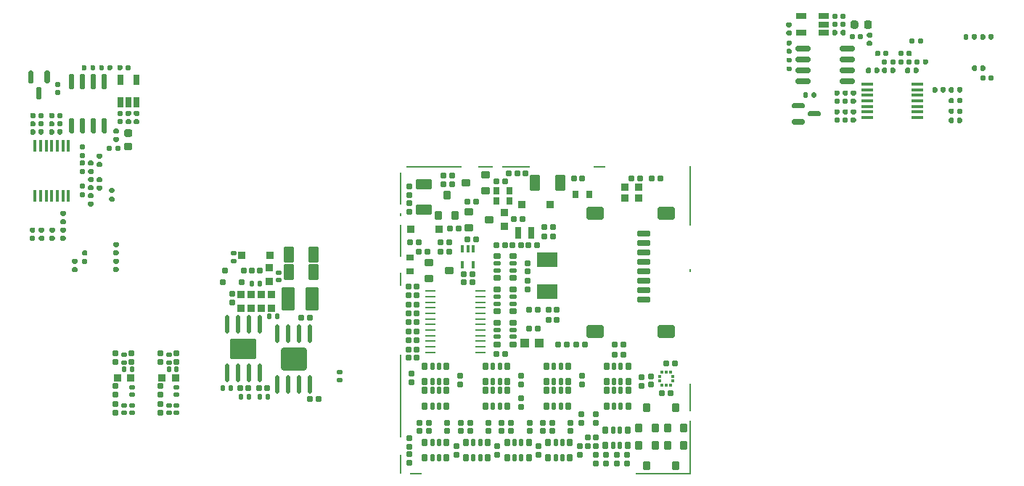
<source format=gbp>
G75*
G70*
%OFA0B0*%
%FSLAX25Y25*%
%IPPOS*%
%LPD*%
%AMOC8*
5,1,8,0,0,1.08239X$1,22.5*
%
%AMM16*
21,1,0.035830,0.026770,0.000000,0.000000,0.000000*
21,1,0.029130,0.033470,0.000000,0.000000,0.000000*
1,1,0.006690,0.014570,-0.013390*
1,1,0.006690,-0.014570,-0.013390*
1,1,0.006690,-0.014570,0.013390*
1,1,0.006690,0.014570,0.013390*
%
%AMM17*
21,1,0.070870,0.036220,0.000000,0.000000,90.000000*
21,1,0.061810,0.045280,0.000000,0.000000,90.000000*
1,1,0.009060,0.018110,0.030910*
1,1,0.009060,0.018110,-0.030910*
1,1,0.009060,-0.018110,-0.030910*
1,1,0.009060,-0.018110,0.030910*
%
%AMM18*
21,1,0.033470,0.026770,0.000000,0.000000,0.000000*
21,1,0.026770,0.033470,0.000000,0.000000,0.000000*
1,1,0.006690,0.013390,-0.013390*
1,1,0.006690,-0.013390,-0.013390*
1,1,0.006690,-0.013390,0.013390*
1,1,0.006690,0.013390,0.013390*
%
%AMM20*
21,1,0.023620,0.018900,0.000000,0.000000,90.000000*
21,1,0.018900,0.023620,0.000000,0.000000,90.000000*
1,1,0.004720,0.009450,0.009450*
1,1,0.004720,0.009450,-0.009450*
1,1,0.004720,-0.009450,-0.009450*
1,1,0.004720,-0.009450,0.009450*
%
%AMM3*
21,1,0.023620,0.018900,0.000000,0.000000,180.000000*
21,1,0.018900,0.023620,0.000000,0.000000,180.000000*
1,1,0.004720,-0.009450,0.009450*
1,1,0.004720,0.009450,0.009450*
1,1,0.004720,0.009450,-0.009450*
1,1,0.004720,-0.009450,-0.009450*
%
%AMM31*
21,1,0.106300,0.050390,0.000000,0.000000,90.000000*
21,1,0.093700,0.062990,0.000000,0.000000,90.000000*
1,1,0.012600,0.025200,0.046850*
1,1,0.012600,0.025200,-0.046850*
1,1,0.012600,-0.025200,-0.046850*
1,1,0.012600,-0.025200,0.046850*
%
%AMM32*
21,1,0.122050,0.075590,0.000000,0.000000,180.000000*
21,1,0.103150,0.094490,0.000000,0.000000,180.000000*
1,1,0.018900,-0.051580,0.037800*
1,1,0.018900,0.051580,0.037800*
1,1,0.018900,0.051580,-0.037800*
1,1,0.018900,-0.051580,-0.037800*
%
%AMM33*
21,1,0.118110,0.083460,0.000000,0.000000,0.000000*
21,1,0.097240,0.104330,0.000000,0.000000,0.000000*
1,1,0.020870,0.048620,-0.041730*
1,1,0.020870,-0.048620,-0.041730*
1,1,0.020870,-0.048620,0.041730*
1,1,0.020870,0.048620,0.041730*
%
%AMM37*
21,1,0.025590,0.026380,0.000000,0.000000,270.000000*
21,1,0.020470,0.031500,0.000000,0.000000,270.000000*
1,1,0.005120,-0.013190,-0.010240*
1,1,0.005120,-0.013190,0.010240*
1,1,0.005120,0.013190,0.010240*
1,1,0.005120,0.013190,-0.010240*
%
%AMM38*
21,1,0.017720,0.027950,0.000000,0.000000,270.000000*
21,1,0.014170,0.031500,0.000000,0.000000,270.000000*
1,1,0.003540,-0.013980,-0.007090*
1,1,0.003540,-0.013980,0.007090*
1,1,0.003540,0.013980,0.007090*
1,1,0.003540,0.013980,-0.007090*
%
%AMM4*
21,1,0.019680,0.019680,0.000000,0.000000,270.000000*
21,1,0.015750,0.023620,0.000000,0.000000,270.000000*
1,1,0.003940,-0.009840,-0.007870*
1,1,0.003940,-0.009840,0.007870*
1,1,0.003940,0.009840,0.007870*
1,1,0.003940,0.009840,-0.007870*
%
%AMM41*
21,1,0.027560,0.018900,0.000000,0.000000,90.000000*
21,1,0.022840,0.023620,0.000000,0.000000,90.000000*
1,1,0.004720,0.009450,0.011420*
1,1,0.004720,0.009450,-0.011420*
1,1,0.004720,-0.009450,-0.011420*
1,1,0.004720,-0.009450,0.011420*
%
%AMM43*
21,1,0.027560,0.018900,0.000000,0.000000,180.000000*
21,1,0.022840,0.023620,0.000000,0.000000,180.000000*
1,1,0.004720,-0.011420,0.009450*
1,1,0.004720,0.011420,0.009450*
1,1,0.004720,0.011420,-0.009450*
1,1,0.004720,-0.011420,-0.009450*
%
%AMM45*
21,1,0.035430,0.030320,0.000000,0.000000,270.000000*
21,1,0.028350,0.037400,0.000000,0.000000,270.000000*
1,1,0.007090,-0.015160,-0.014170*
1,1,0.007090,-0.015160,0.014170*
1,1,0.007090,0.015160,0.014170*
1,1,0.007090,0.015160,-0.014170*
%
%AMM48*
21,1,0.027560,0.030710,0.000000,0.000000,0.000000*
21,1,0.022050,0.036220,0.000000,0.000000,0.000000*
1,1,0.005510,0.011020,-0.015350*
1,1,0.005510,-0.011020,-0.015350*
1,1,0.005510,-0.011020,0.015350*
1,1,0.005510,0.011020,0.015350*
%
%AMM5*
21,1,0.033470,0.026770,0.000000,0.000000,270.000000*
21,1,0.026770,0.033470,0.000000,0.000000,270.000000*
1,1,0.006690,-0.013390,-0.013390*
1,1,0.006690,-0.013390,0.013390*
1,1,0.006690,0.013390,0.013390*
1,1,0.006690,0.013390,-0.013390*
%
%AMM6*
21,1,0.019680,0.019680,0.000000,0.000000,0.000000*
21,1,0.015750,0.023620,0.000000,0.000000,0.000000*
1,1,0.003940,0.007870,-0.009840*
1,1,0.003940,-0.007870,-0.009840*
1,1,0.003940,-0.007870,0.009840*
1,1,0.003940,0.007870,0.009840*
%
%AMM69*
21,1,0.033470,0.026770,0.000000,0.000000,90.000000*
21,1,0.026770,0.033470,0.000000,0.000000,90.000000*
1,1,0.006690,0.013390,0.013390*
1,1,0.006690,0.013390,-0.013390*
1,1,0.006690,-0.013390,-0.013390*
1,1,0.006690,-0.013390,0.013390*
%
%AMM70*
21,1,0.025590,0.026380,0.000000,0.000000,0.000000*
21,1,0.020470,0.031500,0.000000,0.000000,0.000000*
1,1,0.005120,0.010240,-0.013190*
1,1,0.005120,-0.010240,-0.013190*
1,1,0.005120,-0.010240,0.013190*
1,1,0.005120,0.010240,0.013190*
%
%AMM71*
21,1,0.017720,0.027950,0.000000,0.000000,0.000000*
21,1,0.014170,0.031500,0.000000,0.000000,0.000000*
1,1,0.003540,0.007090,-0.013980*
1,1,0.003540,-0.007090,-0.013980*
1,1,0.003540,-0.007090,0.013980*
1,1,0.003540,0.007090,0.013980*
%
%AMM72*
21,1,0.078740,0.045670,0.000000,0.000000,180.000000*
21,1,0.067320,0.057090,0.000000,0.000000,180.000000*
1,1,0.011420,-0.033660,0.022840*
1,1,0.011420,0.033660,0.022840*
1,1,0.011420,0.033660,-0.022840*
1,1,0.011420,-0.033660,-0.022840*
%
%AMM73*
21,1,0.059060,0.020470,0.000000,0.000000,180.000000*
21,1,0.053940,0.025590,0.000000,0.000000,180.000000*
1,1,0.005120,-0.026970,0.010240*
1,1,0.005120,0.026970,0.010240*
1,1,0.005120,0.026970,-0.010240*
1,1,0.005120,-0.026970,-0.010240*
%
%AMM74*
21,1,0.035430,0.030320,0.000000,0.000000,180.000000*
21,1,0.028350,0.037400,0.000000,0.000000,180.000000*
1,1,0.007090,-0.014170,0.015160*
1,1,0.007090,0.014170,0.015160*
1,1,0.007090,0.014170,-0.015160*
1,1,0.007090,-0.014170,-0.015160*
%
%AMM75*
21,1,0.012600,0.028980,0.000000,0.000000,180.000000*
21,1,0.010080,0.031500,0.000000,0.000000,180.000000*
1,1,0.002520,-0.005040,0.014490*
1,1,0.002520,0.005040,0.014490*
1,1,0.002520,0.005040,-0.014490*
1,1,0.002520,-0.005040,-0.014490*
%
%AMM76*
21,1,0.070870,0.036220,0.000000,0.000000,0.000000*
21,1,0.061810,0.045280,0.000000,0.000000,0.000000*
1,1,0.009060,0.030910,-0.018110*
1,1,0.009060,-0.030910,-0.018110*
1,1,0.009060,-0.030910,0.018110*
1,1,0.009060,0.030910,0.018110*
%
%AMM77*
21,1,0.027560,0.049610,0.000000,0.000000,0.000000*
21,1,0.022050,0.055120,0.000000,0.000000,0.000000*
1,1,0.005510,0.011020,-0.024800*
1,1,0.005510,-0.011020,-0.024800*
1,1,0.005510,-0.011020,0.024800*
1,1,0.005510,0.011020,0.024800*
%
%AMM78*
21,1,0.027560,0.030710,0.000000,0.000000,90.000000*
21,1,0.022050,0.036220,0.000000,0.000000,90.000000*
1,1,0.005510,0.015350,0.011020*
1,1,0.005510,0.015350,-0.011020*
1,1,0.005510,-0.015350,-0.011020*
1,1,0.005510,-0.015350,0.011020*
%
%AMM94*
21,1,0.023620,0.018900,-0.000000,0.000000,270.000000*
21,1,0.018900,0.023620,-0.000000,0.000000,270.000000*
1,1,0.004720,-0.009450,-0.009450*
1,1,0.004720,-0.009450,0.009450*
1,1,0.004720,0.009450,0.009450*
1,1,0.004720,0.009450,-0.009450*
%
%AMM95*
21,1,0.019680,0.019680,-0.000000,0.000000,0.000000*
21,1,0.015750,0.023620,-0.000000,0.000000,0.000000*
1,1,0.003940,0.007870,-0.009840*
1,1,0.003940,-0.007870,-0.009840*
1,1,0.003940,-0.007870,0.009840*
1,1,0.003940,0.007870,0.009840*
%
%AMM96*
21,1,0.033470,0.026770,-0.000000,0.000000,0.000000*
21,1,0.026770,0.033470,-0.000000,0.000000,0.000000*
1,1,0.006690,0.013390,-0.013390*
1,1,0.006690,-0.013390,-0.013390*
1,1,0.006690,-0.013390,0.013390*
1,1,0.006690,0.013390,0.013390*
%
%AMM97*
21,1,0.019680,0.019680,-0.000000,0.000000,90.000000*
21,1,0.015750,0.023620,-0.000000,0.000000,90.000000*
1,1,0.003940,0.009840,0.007870*
1,1,0.003940,0.009840,-0.007870*
1,1,0.003940,-0.009840,-0.007870*
1,1,0.003940,-0.009840,0.007870*
%
%ADD103M3*%
%ADD104M4*%
%ADD105M5*%
%ADD106M6*%
%ADD117M16*%
%ADD118M17*%
%ADD119M18*%
%ADD121M20*%
%ADD135M31*%
%ADD136O,0.01968X0.08661*%
%ADD137M32*%
%ADD138M33*%
%ADD143M37*%
%ADD144M38*%
%ADD15R,0.00787X0.14567*%
%ADD150M41*%
%ADD154M43*%
%ADD156M45*%
%ADD16R,0.00787X0.01575*%
%ADD160M48*%
%ADD17R,0.00787X0.06299*%
%ADD18R,0.00787X0.38189*%
%ADD19R,0.00787X0.09055*%
%ADD196M69*%
%ADD197M70*%
%ADD198M71*%
%ADD199M72*%
%ADD20R,0.05512X0.00787*%
%ADD200M73*%
%ADD201M74*%
%ADD202R,0.01378X0.01476*%
%ADD204M75*%
%ADD205O,0.04961X0.00984*%
%ADD206M76*%
%ADD207R,0.09449X0.06693*%
%ADD208R,0.01476X0.01378*%
%ADD209M77*%
%ADD21R,0.25197X0.00787*%
%ADD210R,0.03937X0.04331*%
%ADD211M78*%
%ADD22R,0.06693X0.00787*%
%ADD23R,0.12992X0.00787*%
%ADD236R,0.01772X0.05709*%
%ADD237R,0.02559X0.04803*%
%ADD24R,0.00787X0.27559*%
%ADD240M94*%
%ADD241M95*%
%ADD242M96*%
%ADD243M97*%
%ADD25R,0.00787X0.12992*%
%ADD26R,0.00787X0.24803*%
%ADD93R,0.05709X0.01772*%
%ADD94R,0.04803X0.02559*%
X0000000Y0000000D02*
%LPD*%
G01*
X0414764Y0308169D02*
%LPD*%
G01*
G36*
G01*
X0494469Y0315528D02*
X0494469Y0316886D01*
G75*
G02*
X0495049Y0317467I0000581J0000000D01*
G01*
X0496211Y0317467D01*
G75*
G02*
X0496792Y0316886I0000000J-000581D01*
G01*
X0496792Y0315528D01*
G75*
G02*
X0496211Y0314947I-000581J0000000D01*
G01*
X0495049Y0314947D01*
G75*
G02*
X0494469Y0315528I0000000J0000581D01*
G01*
G37*
G36*
G01*
X0498288Y0315528D02*
X0498288Y0316886D01*
G75*
G02*
X0498868Y0317467I0000581J0000000D01*
G01*
X0500030Y0317467D01*
G75*
G02*
X0500610Y0316886I0000000J-000581D01*
G01*
X0500610Y0315528D01*
G75*
G02*
X0500030Y0314947I-000581J0000000D01*
G01*
X0498868Y0314947D01*
G75*
G02*
X0498288Y0315528I0000000J0000581D01*
G01*
G37*
G36*
G01*
X0508937Y0330817D02*
X0508937Y0332175D01*
G75*
G02*
X0509518Y0332756I0000581J0000000D01*
G01*
X0510679Y0332756D01*
G75*
G02*
X0511260Y0332175I0000000J-000581D01*
G01*
X0511260Y0330817D01*
G75*
G02*
X0510679Y0330236I-000581J0000000D01*
G01*
X0509518Y0330236D01*
G75*
G02*
X0508937Y0330817I0000000J0000581D01*
G01*
G37*
G36*
G01*
X0512756Y0330817D02*
X0512756Y0332175D01*
G75*
G02*
X0513337Y0332756I0000581J0000000D01*
G01*
X0514498Y0332756D01*
G75*
G02*
X0515079Y0332175I0000000J-000581D01*
G01*
X0515079Y0330817D01*
G75*
G02*
X0514498Y0330236I-000581J0000000D01*
G01*
X0513337Y0330236D01*
G75*
G02*
X0512756Y0330817I0000000J0000581D01*
G01*
G37*
G36*
G01*
X0459055Y0357013D02*
X0459055Y0354995D01*
G75*
G02*
X0458194Y0354134I-000861J0000000D01*
G01*
X0456472Y0354134D01*
G75*
G02*
X0455610Y0354995I0000000J0000861D01*
G01*
X0455610Y0357013D01*
G75*
G02*
X0456472Y0357874I0000861J0000000D01*
G01*
X0458194Y0357874D01*
G75*
G02*
X0459055Y0357013I0000000J-000861D01*
G01*
G37*
G36*
G01*
X0452855Y0357013D02*
X0452855Y0354995D01*
G75*
G02*
X0451993Y0354134I-000861J0000000D01*
G01*
X0450271Y0354134D01*
G75*
G02*
X0449410Y0354995I0000000J0000861D01*
G01*
X0449410Y0357013D01*
G75*
G02*
X0450271Y0357874I0000861J0000000D01*
G01*
X0451993Y0357874D01*
G75*
G02*
X0452855Y0357013I0000000J-000861D01*
G01*
G37*
G36*
G01*
X0500610Y0312687D02*
X0500610Y0311328D01*
G75*
G02*
X0500030Y0310748I-000581J0000000D01*
G01*
X0498868Y0310748D01*
G75*
G02*
X0498288Y0311328I0000000J0000581D01*
G01*
X0498288Y0312687D01*
G75*
G02*
X0498868Y0313267I0000581J0000000D01*
G01*
X0500030Y0313267D01*
G75*
G02*
X0500610Y0312687I0000000J-000581D01*
G01*
G37*
G36*
G01*
X0496792Y0312687D02*
X0496792Y0311328D01*
G75*
G02*
X0496211Y0310748I-000581J0000000D01*
G01*
X0495049Y0310748D01*
G75*
G02*
X0494469Y0311328I0000000J0000581D01*
G01*
X0494469Y0312687D01*
G75*
G02*
X0495049Y0313267I0000581J0000000D01*
G01*
X0496211Y0313267D01*
G75*
G02*
X0496792Y0312687I0000000J-000581D01*
G01*
G37*
G36*
G01*
X0440909Y0351683D02*
X0440909Y0353041D01*
G75*
G02*
X0441489Y0353622I0000581J0000000D01*
G01*
X0442651Y0353622D01*
G75*
G02*
X0443231Y0353041I0000000J-000581D01*
G01*
X0443231Y0351683D01*
G75*
G02*
X0442651Y0351102I-000581J0000000D01*
G01*
X0441489Y0351102D01*
G75*
G02*
X0440909Y0351683I0000000J0000581D01*
G01*
G37*
G36*
G01*
X0444727Y0351683D02*
X0444727Y0353041D01*
G75*
G02*
X0445308Y0353622I0000581J0000000D01*
G01*
X0446470Y0353622D01*
G75*
G02*
X0447050Y0353041I0000000J-000581D01*
G01*
X0447050Y0351683D01*
G75*
G02*
X0446470Y0351102I-000581J0000000D01*
G01*
X0445308Y0351102D01*
G75*
G02*
X0444727Y0351683I0000000J0000581D01*
G01*
G37*
G36*
G01*
X0448996Y0349813D02*
X0448996Y0351171D01*
G75*
G02*
X0449577Y0351752I0000581J0000000D01*
G01*
X0450738Y0351752D01*
G75*
G02*
X0451319Y0351171I0000000J-000581D01*
G01*
X0451319Y0349813D01*
G75*
G02*
X0450738Y0349232I-000581J0000000D01*
G01*
X0449577Y0349232D01*
G75*
G02*
X0448996Y0349813I0000000J0000581D01*
G01*
G37*
G36*
G01*
X0452815Y0349813D02*
X0452815Y0351171D01*
G75*
G02*
X0453396Y0351752I0000581J0000000D01*
G01*
X0454557Y0351752D01*
G75*
G02*
X0455138Y0351171I0000000J-000581D01*
G01*
X0455138Y0349813D01*
G75*
G02*
X0454557Y0349232I-000581J0000000D01*
G01*
X0453396Y0349232D01*
G75*
G02*
X0452815Y0349813I0000000J0000581D01*
G01*
G37*
G36*
G01*
X0420384Y0357145D02*
X0421742Y0357145D01*
G75*
G02*
X0422323Y0356565I0000000J-000581D01*
G01*
X0422323Y0355403D01*
G75*
G02*
X0421742Y0354823I-000581J0000000D01*
G01*
X0420384Y0354823D01*
G75*
G02*
X0419803Y0355403I0000000J0000581D01*
G01*
X0419803Y0356565D01*
G75*
G02*
X0420384Y0357145I0000581J0000000D01*
G01*
G37*
G36*
G01*
X0420384Y0353326D02*
X0421742Y0353326D01*
G75*
G02*
X0422323Y0352746I0000000J-000581D01*
G01*
X0422323Y0351584D01*
G75*
G02*
X0421742Y0351004I-000581J0000000D01*
G01*
X0420384Y0351004D01*
G75*
G02*
X0419803Y0351584I0000000J0000581D01*
G01*
X0419803Y0352746D01*
G75*
G02*
X0420384Y0353326I0000581J0000000D01*
G01*
G37*
G36*
G01*
X0469902Y0339557D02*
X0469902Y0338199D01*
G75*
G02*
X0469321Y0337618I-000581J0000000D01*
G01*
X0468160Y0337618D01*
G75*
G02*
X0467579Y0338199I0000000J0000581D01*
G01*
X0467579Y0339557D01*
G75*
G02*
X0468160Y0340138I0000581J0000000D01*
G01*
X0469321Y0340138D01*
G75*
G02*
X0469902Y0339557I0000000J-000581D01*
G01*
G37*
G36*
G01*
X0466083Y0339557D02*
X0466083Y0338199D01*
G75*
G02*
X0465502Y0337618I-000581J0000000D01*
G01*
X0464341Y0337618D01*
G75*
G02*
X0463760Y0338199I0000000J0000581D01*
G01*
X0463760Y0339557D01*
G75*
G02*
X0464341Y0340138I0000581J0000000D01*
G01*
X0465502Y0340138D01*
G75*
G02*
X0466083Y0339557I0000000J-000581D01*
G01*
G37*
G36*
G01*
X0463760Y0334262D02*
X0463760Y0335620D01*
G75*
G02*
X0464341Y0336200I0000581J0000000D01*
G01*
X0465502Y0336200D01*
G75*
G02*
X0466083Y0335620I0000000J-000581D01*
G01*
X0466083Y0334262D01*
G75*
G02*
X0465502Y0333681I-000581J0000000D01*
G01*
X0464341Y0333681D01*
G75*
G02*
X0463760Y0334262I0000000J0000581D01*
G01*
G37*
G36*
G01*
X0467579Y0334262D02*
X0467579Y0335620D01*
G75*
G02*
X0468160Y0336200I0000581J0000000D01*
G01*
X0469321Y0336200D01*
G75*
G02*
X0469902Y0335620I0000000J-000581D01*
G01*
X0469902Y0334262D01*
G75*
G02*
X0469321Y0333681I-000581J0000000D01*
G01*
X0468160Y0333681D01*
G75*
G02*
X0467579Y0334262I0000000J0000581D01*
G01*
G37*
G36*
G01*
X0511240Y0336702D02*
X0511240Y0335344D01*
G75*
G02*
X0510660Y0334763I-000581J0000000D01*
G01*
X0509498Y0334763D01*
G75*
G02*
X0508918Y0335344I0000000J0000581D01*
G01*
X0508918Y0336702D01*
G75*
G02*
X0509498Y0337283I0000581J0000000D01*
G01*
X0510660Y0337283D01*
G75*
G02*
X0511240Y0336702I0000000J-000581D01*
G01*
G37*
G36*
G01*
X0507421Y0336702D02*
X0507421Y0335344D01*
G75*
G02*
X0506841Y0334763I-000581J0000000D01*
G01*
X0505679Y0334763D01*
G75*
G02*
X0505099Y0335344I0000000J0000581D01*
G01*
X0505099Y0336702D01*
G75*
G02*
X0505679Y0337283I0000581J0000000D01*
G01*
X0506841Y0337283D01*
G75*
G02*
X0507421Y0336702I0000000J-000581D01*
G01*
G37*
D93*
X0456890Y0313287D03*
X0456890Y0315846D03*
X0456890Y0318405D03*
X0456890Y0320964D03*
X0456890Y0323523D03*
X0456890Y0326082D03*
X0456890Y0328641D03*
X0480118Y0328641D03*
X0480118Y0326082D03*
X0480118Y0323523D03*
X0480118Y0320964D03*
X0480118Y0318405D03*
X0480118Y0315846D03*
X0480118Y0313287D03*
G36*
G01*
X0447067Y0356781D02*
X0447067Y0355423D01*
G75*
G02*
X0446486Y0354842I-000581J0000000D01*
G01*
X0445325Y0354842D01*
G75*
G02*
X0444744Y0355423I0000000J0000581D01*
G01*
X0444744Y0356781D01*
G75*
G02*
X0445325Y0357362I0000581J0000000D01*
G01*
X0446486Y0357362D01*
G75*
G02*
X0447067Y0356781I0000000J-000581D01*
G01*
G37*
G36*
G01*
X0443248Y0356781D02*
X0443248Y0355423D01*
G75*
G02*
X0442668Y0354842I-000581J0000000D01*
G01*
X0441506Y0354842D01*
G75*
G02*
X0440925Y0355423I0000000J0000581D01*
G01*
X0440925Y0356781D01*
G75*
G02*
X0441506Y0357362I0000581J0000000D01*
G01*
X0442668Y0357362D01*
G75*
G02*
X0443248Y0356781I0000000J-000581D01*
G01*
G37*
G36*
G01*
X0440925Y0359163D02*
X0440925Y0360521D01*
G75*
G02*
X0441506Y0361102I0000581J0000000D01*
G01*
X0442668Y0361102D01*
G75*
G02*
X0443248Y0360521I0000000J-000581D01*
G01*
X0443248Y0359163D01*
G75*
G02*
X0442668Y0358582I-000581J0000000D01*
G01*
X0441506Y0358582D01*
G75*
G02*
X0440925Y0359163I0000000J0000581D01*
G01*
G37*
G36*
G01*
X0444744Y0359163D02*
X0444744Y0360521D01*
G75*
G02*
X0445325Y0361102I0000581J0000000D01*
G01*
X0446486Y0361102D01*
G75*
G02*
X0447067Y0360521I0000000J-000581D01*
G01*
X0447067Y0359163D01*
G75*
G02*
X0446486Y0358582I-000581J0000000D01*
G01*
X0445325Y0358582D01*
G75*
G02*
X0444744Y0359163I0000000J0000581D01*
G01*
G37*
G36*
G01*
X0501162Y0349714D02*
X0501162Y0351073D01*
G75*
G02*
X0501742Y0351653I0000581J0000000D01*
G01*
X0502904Y0351653D01*
G75*
G02*
X0503484Y0351073I0000000J-000581D01*
G01*
X0503484Y0349714D01*
G75*
G02*
X0502904Y0349134I-000581J0000000D01*
G01*
X0501742Y0349134D01*
G75*
G02*
X0501162Y0349714I0000000J0000581D01*
G01*
G37*
G36*
G01*
X0504981Y0349714D02*
X0504981Y0351073D01*
G75*
G02*
X0505561Y0351653I0000581J0000000D01*
G01*
X0506723Y0351653D01*
G75*
G02*
X0507303Y0351073I0000000J-000581D01*
G01*
X0507303Y0349714D01*
G75*
G02*
X0506723Y0349134I-000581J0000000D01*
G01*
X0505561Y0349134D01*
G75*
G02*
X0504981Y0349714I0000000J0000581D01*
G01*
G37*
G36*
G01*
X0494469Y0320416D02*
X0494469Y0321775D01*
G75*
G02*
X0495049Y0322355I0000581J0000000D01*
G01*
X0496211Y0322355D01*
G75*
G02*
X0496792Y0321775I0000000J-000581D01*
G01*
X0496792Y0320416D01*
G75*
G02*
X0496211Y0319836I-000581J0000000D01*
G01*
X0495049Y0319836D01*
G75*
G02*
X0494469Y0320416I0000000J0000581D01*
G01*
G37*
G36*
G01*
X0498288Y0320416D02*
X0498288Y0321775D01*
G75*
G02*
X0498868Y0322355I0000581J0000000D01*
G01*
X0500030Y0322355D01*
G75*
G02*
X0500610Y0321775I0000000J-000581D01*
G01*
X0500610Y0320416D01*
G75*
G02*
X0500030Y0319836I-000581J0000000D01*
G01*
X0498868Y0319836D01*
G75*
G02*
X0498288Y0320416I0000000J0000581D01*
G01*
G37*
G36*
G01*
X0466654Y0343494D02*
X0466654Y0342136D01*
G75*
G02*
X0466073Y0341555I-000581J0000000D01*
G01*
X0464912Y0341555D01*
G75*
G02*
X0464331Y0342136I0000000J0000581D01*
G01*
X0464331Y0343494D01*
G75*
G02*
X0464912Y0344075I0000581J0000000D01*
G01*
X0466073Y0344075D01*
G75*
G02*
X0466654Y0343494I0000000J-000581D01*
G01*
G37*
G36*
G01*
X0462835Y0343494D02*
X0462835Y0342136D01*
G75*
G02*
X0462254Y0341555I-000581J0000000D01*
G01*
X0461093Y0341555D01*
G75*
G02*
X0460512Y0342136I0000000J0000581D01*
G01*
X0460512Y0343494D01*
G75*
G02*
X0461093Y0344075I0000581J0000000D01*
G01*
X0462254Y0344075D01*
G75*
G02*
X0462835Y0343494I0000000J-000581D01*
G01*
G37*
G36*
G01*
X0514981Y0351073D02*
X0514981Y0349714D01*
G75*
G02*
X0514400Y0349134I-000581J0000000D01*
G01*
X0513238Y0349134D01*
G75*
G02*
X0512658Y0349714I0000000J0000581D01*
G01*
X0512658Y0351073D01*
G75*
G02*
X0513238Y0351653I0000581J0000000D01*
G01*
X0514400Y0351653D01*
G75*
G02*
X0514981Y0351073I0000000J-000581D01*
G01*
G37*
G36*
G01*
X0511162Y0351073D02*
X0511162Y0349714D01*
G75*
G02*
X0510581Y0349134I-000581J0000000D01*
G01*
X0509420Y0349134D01*
G75*
G02*
X0508839Y0349714I0000000J0000581D01*
G01*
X0508839Y0351073D01*
G75*
G02*
X0509420Y0351653I0000581J0000000D01*
G01*
X0510581Y0351653D01*
G75*
G02*
X0511162Y0351073I0000000J-000581D01*
G01*
G37*
G36*
G01*
X0462520Y0335620D02*
X0462520Y0334262D01*
G75*
G02*
X0461939Y0333681I-000581J0000000D01*
G01*
X0460778Y0333681D01*
G75*
G02*
X0460197Y0334262I0000000J0000581D01*
G01*
X0460197Y0335620D01*
G75*
G02*
X0460778Y0336200I0000581J0000000D01*
G01*
X0461939Y0336200D01*
G75*
G02*
X0462520Y0335620I0000000J-000581D01*
G01*
G37*
G36*
G01*
X0458701Y0335620D02*
X0458701Y0334262D01*
G75*
G02*
X0458120Y0333681I-000581J0000000D01*
G01*
X0456959Y0333681D01*
G75*
G02*
X0456378Y0334262I0000000J0000581D01*
G01*
X0456378Y0335620D01*
G75*
G02*
X0456959Y0336200I0000581J0000000D01*
G01*
X0458120Y0336200D01*
G75*
G02*
X0458701Y0335620I0000000J-000581D01*
G01*
G37*
G36*
G01*
X0451270Y0311004D02*
X0449912Y0311004D01*
G75*
G02*
X0449331Y0311584I0000000J0000581D01*
G01*
X0449331Y0312746D01*
G75*
G02*
X0449912Y0313326I0000581J0000000D01*
G01*
X0451270Y0313326D01*
G75*
G02*
X0451851Y0312746I0000000J-000581D01*
G01*
X0451851Y0311584D01*
G75*
G02*
X0451270Y0311004I-000581J0000000D01*
G01*
G37*
G36*
G01*
X0451270Y0314823D02*
X0449912Y0314823D01*
G75*
G02*
X0449331Y0315403I0000000J0000581D01*
G01*
X0449331Y0316565D01*
G75*
G02*
X0449912Y0317145I0000581J0000000D01*
G01*
X0451270Y0317145D01*
G75*
G02*
X0451851Y0316565I0000000J-000581D01*
G01*
X0451851Y0315403D01*
G75*
G02*
X0451270Y0314823I-000581J0000000D01*
G01*
G37*
G36*
G01*
X0477382Y0339557D02*
X0477382Y0338199D01*
G75*
G02*
X0476801Y0337618I-000581J0000000D01*
G01*
X0475640Y0337618D01*
G75*
G02*
X0475059Y0338199I0000000J0000581D01*
G01*
X0475059Y0339557D01*
G75*
G02*
X0475640Y0340138I0000581J0000000D01*
G01*
X0476801Y0340138D01*
G75*
G02*
X0477382Y0339557I0000000J-000581D01*
G01*
G37*
G36*
G01*
X0473563Y0339557D02*
X0473563Y0338199D01*
G75*
G02*
X0472983Y0337618I-000581J0000000D01*
G01*
X0471821Y0337618D01*
G75*
G02*
X0471240Y0338199I0000000J0000581D01*
G01*
X0471240Y0339557D01*
G75*
G02*
X0471821Y0340138I0000581J0000000D01*
G01*
X0472983Y0340138D01*
G75*
G02*
X0473563Y0339557I0000000J-000581D01*
G01*
G37*
G36*
G01*
X0478721Y0338199D02*
X0478721Y0339557D01*
G75*
G02*
X0479301Y0340138I0000581J0000000D01*
G01*
X0480463Y0340138D01*
G75*
G02*
X0481044Y0339557I0000000J-000581D01*
G01*
X0481044Y0338199D01*
G75*
G02*
X0480463Y0337618I-000581J0000000D01*
G01*
X0479301Y0337618D01*
G75*
G02*
X0478721Y0338199I0000000J0000581D01*
G01*
G37*
G36*
G01*
X0482540Y0338199D02*
X0482540Y0339557D01*
G75*
G02*
X0483120Y0340138I0000581J0000000D01*
G01*
X0484282Y0340138D01*
G75*
G02*
X0484862Y0339557I0000000J-000581D01*
G01*
X0484862Y0338199D01*
G75*
G02*
X0484282Y0337618I-000581J0000000D01*
G01*
X0483120Y0337618D01*
G75*
G02*
X0482540Y0338199I0000000J0000581D01*
G01*
G37*
G36*
G01*
X0447530Y0311004D02*
X0446171Y0311004D01*
G75*
G02*
X0445591Y0311584I0000000J0000581D01*
G01*
X0445591Y0312746D01*
G75*
G02*
X0446171Y0313326I0000581J0000000D01*
G01*
X0447530Y0313326D01*
G75*
G02*
X0448110Y0312746I0000000J-000581D01*
G01*
X0448110Y0311584D01*
G75*
G02*
X0447530Y0311004I-000581J0000000D01*
G01*
G37*
G36*
G01*
X0447530Y0314823D02*
X0446171Y0314823D01*
G75*
G02*
X0445591Y0315403I0000000J0000581D01*
G01*
X0445591Y0316565D01*
G75*
G02*
X0446171Y0317145I0000581J0000000D01*
G01*
X0447530Y0317145D01*
G75*
G02*
X0448110Y0316565I0000000J-000581D01*
G01*
X0448110Y0315403D01*
G75*
G02*
X0447530Y0314823I-000581J0000000D01*
G01*
G37*
D94*
X0436851Y0359842D03*
X0436851Y0356102D03*
X0436851Y0352362D03*
X0426536Y0352362D03*
X0426536Y0359842D03*
G36*
G01*
X0471339Y0342136D02*
X0471339Y0343494D01*
G75*
G02*
X0471920Y0344075I0000581J0000000D01*
G01*
X0473081Y0344075D01*
G75*
G02*
X0473662Y0343494I0000000J-000581D01*
G01*
X0473662Y0342136D01*
G75*
G02*
X0473081Y0341555I-000581J0000000D01*
G01*
X0471920Y0341555D01*
G75*
G02*
X0471339Y0342136I0000000J0000581D01*
G01*
G37*
G36*
G01*
X0475158Y0342136D02*
X0475158Y0343494D01*
G75*
G02*
X0475738Y0344075I0000581J0000000D01*
G01*
X0476900Y0344075D01*
G75*
G02*
X0477481Y0343494I0000000J-000581D01*
G01*
X0477481Y0342136D01*
G75*
G02*
X0476900Y0341555I-000581J0000000D01*
G01*
X0475738Y0341555D01*
G75*
G02*
X0475158Y0342136I0000000J0000581D01*
G01*
G37*
G36*
G01*
X0458750Y0346240D02*
X0457392Y0346240D01*
G75*
G02*
X0456811Y0346821I0000000J0000581D01*
G01*
X0456811Y0347982D01*
G75*
G02*
X0457392Y0348563I0000581J0000000D01*
G01*
X0458750Y0348563D01*
G75*
G02*
X0459331Y0347982I0000000J-000581D01*
G01*
X0459331Y0346821D01*
G75*
G02*
X0458750Y0346240I-000581J0000000D01*
G01*
G37*
G36*
G01*
X0458750Y0350059D02*
X0457392Y0350059D01*
G75*
G02*
X0456811Y0350639I0000000J0000581D01*
G01*
X0456811Y0351801D01*
G75*
G02*
X0457392Y0352382I0000581J0000000D01*
G01*
X0458750Y0352382D01*
G75*
G02*
X0459331Y0351801I0000000J-000581D01*
G01*
X0459331Y0350639D01*
G75*
G02*
X0458750Y0350059I-000581J0000000D01*
G01*
G37*
G36*
G01*
X0449912Y0325807D02*
X0451270Y0325807D01*
G75*
G02*
X0451851Y0325226I0000000J-000581D01*
G01*
X0451851Y0324065D01*
G75*
G02*
X0451270Y0323484I-000581J0000000D01*
G01*
X0449912Y0323484D01*
G75*
G02*
X0449331Y0324065I0000000J0000581D01*
G01*
X0449331Y0325226D01*
G75*
G02*
X0449912Y0325807I0000581J0000000D01*
G01*
G37*
G36*
G01*
X0449912Y0321988D02*
X0451270Y0321988D01*
G75*
G02*
X0451851Y0321407I0000000J-000581D01*
G01*
X0451851Y0320246D01*
G75*
G02*
X0451270Y0319665I-000581J0000000D01*
G01*
X0449912Y0319665D01*
G75*
G02*
X0449331Y0320246I0000000J0000581D01*
G01*
X0449331Y0321407D01*
G75*
G02*
X0449912Y0321988I0000581J0000000D01*
G01*
G37*
G36*
G01*
X0493032Y0326762D02*
X0493032Y0325403D01*
G75*
G02*
X0492451Y0324823I-000581J0000000D01*
G01*
X0491290Y0324823D01*
G75*
G02*
X0490709Y0325403I0000000J0000581D01*
G01*
X0490709Y0326762D01*
G75*
G02*
X0491290Y0327342I0000581J0000000D01*
G01*
X0492451Y0327342D01*
G75*
G02*
X0493032Y0326762I0000000J-000581D01*
G01*
G37*
G36*
G01*
X0489213Y0326762D02*
X0489213Y0325403D01*
G75*
G02*
X0488632Y0324823I-000581J0000000D01*
G01*
X0487471Y0324823D01*
G75*
G02*
X0486890Y0325403I0000000J0000581D01*
G01*
X0486890Y0326762D01*
G75*
G02*
X0487471Y0327342I0000581J0000000D01*
G01*
X0488632Y0327342D01*
G75*
G02*
X0489213Y0326762I0000000J-000581D01*
G01*
G37*
G36*
G01*
X0500610Y0326762D02*
X0500610Y0325403D01*
G75*
G02*
X0500030Y0324823I-000581J0000000D01*
G01*
X0498868Y0324823D01*
G75*
G02*
X0498288Y0325403I0000000J0000581D01*
G01*
X0498288Y0326762D01*
G75*
G02*
X0498868Y0327342I0000581J0000000D01*
G01*
X0500030Y0327342D01*
G75*
G02*
X0500610Y0326762I0000000J-000581D01*
G01*
G37*
G36*
G01*
X0496792Y0326762D02*
X0496792Y0325403D01*
G75*
G02*
X0496211Y0324823I-000581J0000000D01*
G01*
X0495049Y0324823D01*
G75*
G02*
X0494469Y0325403I0000000J0000581D01*
G01*
X0494469Y0326762D01*
G75*
G02*
X0495049Y0327342I0000581J0000000D01*
G01*
X0496211Y0327342D01*
G75*
G02*
X0496792Y0326762I0000000J-000581D01*
G01*
G37*
G36*
G01*
X0446171Y0325807D02*
X0447530Y0325807D01*
G75*
G02*
X0448110Y0325226I0000000J-000581D01*
G01*
X0448110Y0324065D01*
G75*
G02*
X0447530Y0323484I-000581J0000000D01*
G01*
X0446171Y0323484D01*
G75*
G02*
X0445591Y0324065I0000000J0000581D01*
G01*
X0445591Y0325226D01*
G75*
G02*
X0446171Y0325807I0000581J0000000D01*
G01*
G37*
G36*
G01*
X0446171Y0321988D02*
X0447530Y0321988D01*
G75*
G02*
X0448110Y0321407I0000000J-000581D01*
G01*
X0448110Y0320246D01*
G75*
G02*
X0447530Y0319665I-000581J0000000D01*
G01*
X0446171Y0319665D01*
G75*
G02*
X0445591Y0320246I0000000J0000581D01*
G01*
X0445591Y0321407D01*
G75*
G02*
X0446171Y0321988I0000581J0000000D01*
G01*
G37*
G36*
G01*
X0480532Y0335620D02*
X0480532Y0334262D01*
G75*
G02*
X0479951Y0333681I-000581J0000000D01*
G01*
X0478790Y0333681D01*
G75*
G02*
X0478209Y0334262I0000000J0000581D01*
G01*
X0478209Y0335620D01*
G75*
G02*
X0478790Y0336200I0000581J0000000D01*
G01*
X0479951Y0336200D01*
G75*
G02*
X0480532Y0335620I0000000J-000581D01*
G01*
G37*
G36*
G01*
X0476713Y0335620D02*
X0476713Y0334262D01*
G75*
G02*
X0476132Y0333681I-000581J0000000D01*
G01*
X0474971Y0333681D01*
G75*
G02*
X0474390Y0334262I0000000J0000581D01*
G01*
X0474390Y0335620D01*
G75*
G02*
X0474971Y0336200I0000581J0000000D01*
G01*
X0476132Y0336200D01*
G75*
G02*
X0476713Y0335620I0000000J-000581D01*
G01*
G37*
G36*
G01*
X0442431Y0325807D02*
X0443790Y0325807D01*
G75*
G02*
X0444370Y0325226I0000000J-000581D01*
G01*
X0444370Y0324065D01*
G75*
G02*
X0443790Y0323484I-000581J0000000D01*
G01*
X0442431Y0323484D01*
G75*
G02*
X0441851Y0324065I0000000J0000581D01*
G01*
X0441851Y0325226D01*
G75*
G02*
X0442431Y0325807I0000581J0000000D01*
G01*
G37*
G36*
G01*
X0442431Y0321988D02*
X0443790Y0321988D01*
G75*
G02*
X0444370Y0321407I0000000J-000581D01*
G01*
X0444370Y0320246D01*
G75*
G02*
X0443790Y0319665I-000581J0000000D01*
G01*
X0442431Y0319665D01*
G75*
G02*
X0441851Y0320246I0000000J0000581D01*
G01*
X0441851Y0321407D01*
G75*
G02*
X0442431Y0321988I0000581J0000000D01*
G01*
G37*
G36*
G01*
X0442431Y0317145D02*
X0443790Y0317145D01*
G75*
G02*
X0444370Y0316565I0000000J-000581D01*
G01*
X0444370Y0315403D01*
G75*
G02*
X0443790Y0314823I-000581J0000000D01*
G01*
X0442431Y0314823D01*
G75*
G02*
X0441851Y0315403I0000000J0000581D01*
G01*
X0441851Y0316565D01*
G75*
G02*
X0442431Y0317145I0000581J0000000D01*
G01*
G37*
G36*
G01*
X0442431Y0313326D02*
X0443790Y0313326D01*
G75*
G02*
X0444370Y0312746I0000000J-000581D01*
G01*
X0444370Y0311584D01*
G75*
G02*
X0443790Y0311004I-000581J0000000D01*
G01*
X0442431Y0311004D01*
G75*
G02*
X0441851Y0311584I0000000J0000581D01*
G01*
X0441851Y0312746D01*
G75*
G02*
X0442431Y0313326I0000581J0000000D01*
G01*
G37*
G36*
G01*
X0427618Y0322952D02*
X0427618Y0324291D01*
G75*
G02*
X0428169Y0324842I0000551J0000000D01*
G01*
X0429272Y0324842D01*
G75*
G02*
X0429823Y0324291I0000000J-000551D01*
G01*
X0429823Y0322952D01*
G75*
G02*
X0429272Y0322401I-000551J0000000D01*
G01*
X0428169Y0322401D01*
G75*
G02*
X0427618Y0322952I0000000J0000551D01*
G01*
G37*
G36*
G01*
X0431398Y0322952D02*
X0431398Y0324291D01*
G75*
G02*
X0431949Y0324842I0000551J0000000D01*
G01*
X0433051Y0324842D01*
G75*
G02*
X0433602Y0324291I0000000J-000551D01*
G01*
X0433602Y0322952D01*
G75*
G02*
X0433051Y0322401I-000551J0000000D01*
G01*
X0431949Y0322401D01*
G75*
G02*
X0431398Y0322952I0000000J0000551D01*
G01*
G37*
G36*
G01*
X0482559Y0349212D02*
X0482559Y0347756D01*
G75*
G02*
X0482028Y0347224I-000531J0000000D01*
G01*
X0480965Y0347224D01*
G75*
G02*
X0480433Y0347756I0000000J0000531D01*
G01*
X0480433Y0349212D01*
G75*
G02*
X0480965Y0349744I0000531J0000000D01*
G01*
X0482028Y0349744D01*
G75*
G02*
X0482559Y0349212I0000000J-000531D01*
G01*
G37*
G36*
G01*
X0478544Y0349212D02*
X0478544Y0347756D01*
G75*
G02*
X0478012Y0347224I-000531J0000000D01*
G01*
X0476949Y0347224D01*
G75*
G02*
X0476418Y0347756I0000000J0000531D01*
G01*
X0476418Y0349212D01*
G75*
G02*
X0476949Y0349744I0000531J0000000D01*
G01*
X0478012Y0349744D01*
G75*
G02*
X0478544Y0349212I0000000J-000531D01*
G01*
G37*
G36*
G01*
X0421831Y0334679D02*
X0420374Y0334679D01*
G75*
G02*
X0419843Y0335211I0000000J0000531D01*
G01*
X0419843Y0336274D01*
G75*
G02*
X0420374Y0336805I0000531J0000000D01*
G01*
X0421831Y0336805D01*
G75*
G02*
X0422362Y0336274I0000000J-000531D01*
G01*
X0422362Y0335211D01*
G75*
G02*
X0421831Y0334679I-000531J0000000D01*
G01*
G37*
G36*
G01*
X0421831Y0338695D02*
X0420374Y0338695D01*
G75*
G02*
X0419843Y0339227I0000000J0000531D01*
G01*
X0419843Y0340290D01*
G75*
G02*
X0420374Y0340821I0000531J0000000D01*
G01*
X0421831Y0340821D01*
G75*
G02*
X0422362Y0340290I0000000J-000531D01*
G01*
X0422362Y0339227D01*
G75*
G02*
X0421831Y0338695I-000531J0000000D01*
G01*
G37*
G36*
G01*
X0422441Y0310728D02*
X0422441Y0311909D01*
G75*
G02*
X0423032Y0312500I0000591J0000000D01*
G01*
X0427658Y0312500D01*
G75*
G02*
X0428248Y0311909I0000000J-000591D01*
G01*
X0428248Y0310728D01*
G75*
G02*
X0427658Y0310138I-000591J0000000D01*
G01*
X0423032Y0310138D01*
G75*
G02*
X0422441Y0310728I0000000J0000591D01*
G01*
G37*
G36*
G01*
X0422441Y0318208D02*
X0422441Y0319389D01*
G75*
G02*
X0423032Y0319980I0000591J0000000D01*
G01*
X0427658Y0319980D01*
G75*
G02*
X0428248Y0319389I0000000J-000591D01*
G01*
X0428248Y0318208D01*
G75*
G02*
X0427658Y0317618I-000591J0000000D01*
G01*
X0423032Y0317618D01*
G75*
G02*
X0422441Y0318208I0000000J0000591D01*
G01*
G37*
G36*
G01*
X0429823Y0314468D02*
X0429823Y0315649D01*
G75*
G02*
X0430414Y0316240I0000591J0000000D01*
G01*
X0435040Y0316240D01*
G75*
G02*
X0435630Y0315649I0000000J-000591D01*
G01*
X0435630Y0314468D01*
G75*
G02*
X0435040Y0313878I-000591J0000000D01*
G01*
X0430414Y0313878D01*
G75*
G02*
X0429823Y0314468I0000000J0000591D01*
G01*
G37*
G36*
G01*
X0420394Y0348660D02*
X0421733Y0348660D01*
G75*
G02*
X0422284Y0348108I0000000J-000551D01*
G01*
X0422284Y0347006D01*
G75*
G02*
X0421733Y0346455I-000551J0000000D01*
G01*
X0420394Y0346455D01*
G75*
G02*
X0419843Y0347006I0000000J0000551D01*
G01*
X0419843Y0348108D01*
G75*
G02*
X0420394Y0348660I0000551J0000000D01*
G01*
G37*
G36*
G01*
X0420394Y0344880D02*
X0421733Y0344880D01*
G75*
G02*
X0422284Y0344329I0000000J-000551D01*
G01*
X0422284Y0343227D01*
G75*
G02*
X0421733Y0342675I-000551J0000000D01*
G01*
X0420394Y0342675D01*
G75*
G02*
X0419843Y0343227I0000000J0000551D01*
G01*
X0419843Y0344329D01*
G75*
G02*
X0420394Y0344880I0000551J0000000D01*
G01*
G37*
G36*
G01*
X0451181Y0345589D02*
X0451181Y0344408D01*
G75*
G02*
X0450591Y0343817I-000591J0000000D01*
G01*
X0444882Y0343817D01*
G75*
G02*
X0444292Y0344408I0000000J0000591D01*
G01*
X0444292Y0345589D01*
G75*
G02*
X0444882Y0346179I0000591J0000000D01*
G01*
X0450591Y0346179D01*
G75*
G02*
X0451181Y0345589I0000000J-000591D01*
G01*
G37*
G36*
G01*
X0451181Y0340589D02*
X0451181Y0339408D01*
G75*
G02*
X0450591Y0338817I-000591J0000000D01*
G01*
X0444882Y0338817D01*
G75*
G02*
X0444292Y0339408I0000000J0000591D01*
G01*
X0444292Y0340589D01*
G75*
G02*
X0444882Y0341179I0000591J0000000D01*
G01*
X0450591Y0341179D01*
G75*
G02*
X0451181Y0340589I0000000J-000591D01*
G01*
G37*
G36*
G01*
X0451181Y0335589D02*
X0451181Y0334408D01*
G75*
G02*
X0450591Y0333817I-000591J0000000D01*
G01*
X0444882Y0333817D01*
G75*
G02*
X0444292Y0334408I0000000J0000591D01*
G01*
X0444292Y0335589D01*
G75*
G02*
X0444882Y0336179I0000591J0000000D01*
G01*
X0450591Y0336179D01*
G75*
G02*
X0451181Y0335589I0000000J-000591D01*
G01*
G37*
G36*
G01*
X0451181Y0330589D02*
X0451181Y0329408D01*
G75*
G02*
X0450591Y0328817I-000591J0000000D01*
G01*
X0444882Y0328817D01*
G75*
G02*
X0444292Y0329408I0000000J0000591D01*
G01*
X0444292Y0330589D01*
G75*
G02*
X0444882Y0331179I0000591J0000000D01*
G01*
X0450591Y0331179D01*
G75*
G02*
X0451181Y0330589I0000000J-000591D01*
G01*
G37*
G36*
G01*
X0430906Y0330589D02*
X0430906Y0329408D01*
G75*
G02*
X0430315Y0328817I-000591J0000000D01*
G01*
X0424607Y0328817D01*
G75*
G02*
X0424016Y0329408I0000000J0000591D01*
G01*
X0424016Y0330589D01*
G75*
G02*
X0424607Y0331179I0000591J0000000D01*
G01*
X0430315Y0331179D01*
G75*
G02*
X0430906Y0330589I0000000J-000591D01*
G01*
G37*
G36*
G01*
X0430906Y0335589D02*
X0430906Y0334408D01*
G75*
G02*
X0430315Y0333817I-000591J0000000D01*
G01*
X0424607Y0333817D01*
G75*
G02*
X0424016Y0334408I0000000J0000591D01*
G01*
X0424016Y0335589D01*
G75*
G02*
X0424607Y0336179I0000591J0000000D01*
G01*
X0430315Y0336179D01*
G75*
G02*
X0430906Y0335589I0000000J-000591D01*
G01*
G37*
G36*
G01*
X0430906Y0340589D02*
X0430906Y0339408D01*
G75*
G02*
X0430315Y0338817I-000591J0000000D01*
G01*
X0424607Y0338817D01*
G75*
G02*
X0424016Y0339408I0000000J0000591D01*
G01*
X0424016Y0340589D01*
G75*
G02*
X0424607Y0341179I0000591J0000000D01*
G01*
X0430315Y0341179D01*
G75*
G02*
X0430906Y0340589I0000000J-000591D01*
G01*
G37*
G36*
G01*
X0430906Y0345589D02*
X0430906Y0344408D01*
G75*
G02*
X0430315Y0343817I-000591J0000000D01*
G01*
X0424607Y0343817D01*
G75*
G02*
X0424016Y0344408I0000000J0000591D01*
G01*
X0424016Y0345589D01*
G75*
G02*
X0424607Y0346179I0000591J0000000D01*
G01*
X0430315Y0346179D01*
G75*
G02*
X0430906Y0345589I0000000J-000591D01*
G01*
G37*
X0069685Y0342520D02*
%LPD*%
G01*
G36*
G01*
X0077044Y0262815D02*
X0078402Y0262815D01*
G75*
G02*
X0078983Y0262235I0000000J-000581D01*
G01*
X0078983Y0261073D01*
G75*
G02*
X0078402Y0260492I-000581J0000000D01*
G01*
X0077044Y0260492D01*
G75*
G02*
X0076463Y0261073I0000000J0000581D01*
G01*
X0076463Y0262235D01*
G75*
G02*
X0077044Y0262815I0000581J0000000D01*
G01*
G37*
G36*
G01*
X0077044Y0258996D02*
X0078402Y0258996D01*
G75*
G02*
X0078983Y0258416I0000000J-000581D01*
G01*
X0078983Y0257254D01*
G75*
G02*
X0078402Y0256674I-000581J0000000D01*
G01*
X0077044Y0256674D01*
G75*
G02*
X0076463Y0257254I0000000J0000581D01*
G01*
X0076463Y0258416D01*
G75*
G02*
X0077044Y0258996I0000581J0000000D01*
G01*
G37*
G36*
G01*
X0092333Y0248347D02*
X0093691Y0248347D01*
G75*
G02*
X0094272Y0247766I0000000J-000581D01*
G01*
X0094272Y0246605D01*
G75*
G02*
X0093691Y0246024I-000581J0000000D01*
G01*
X0092333Y0246024D01*
G75*
G02*
X0091752Y0246605I0000000J0000581D01*
G01*
X0091752Y0247766D01*
G75*
G02*
X0092333Y0248347I0000581J0000000D01*
G01*
G37*
G36*
G01*
X0092333Y0244528D02*
X0093691Y0244528D01*
G75*
G02*
X0094272Y0243947I0000000J-000581D01*
G01*
X0094272Y0242786D01*
G75*
G02*
X0093691Y0242205I-000581J0000000D01*
G01*
X0092333Y0242205D01*
G75*
G02*
X0091752Y0242786I0000000J0000581D01*
G01*
X0091752Y0243947D01*
G75*
G02*
X0092333Y0244528I0000581J0000000D01*
G01*
G37*
G36*
G01*
X0118529Y0298229D02*
X0116511Y0298229D01*
G75*
G02*
X0115650Y0299090I0000000J0000861D01*
G01*
X0115650Y0300812D01*
G75*
G02*
X0116511Y0301674I0000861J0000000D01*
G01*
X0118529Y0301674D01*
G75*
G02*
X0119390Y0300812I0000000J-000861D01*
G01*
X0119390Y0299090D01*
G75*
G02*
X0118529Y0298229I-000861J0000000D01*
G01*
G37*
G36*
G01*
X0118529Y0304429D02*
X0116511Y0304429D01*
G75*
G02*
X0115650Y0305291I0000000J0000861D01*
G01*
X0115650Y0307013D01*
G75*
G02*
X0116511Y0307874I0000861J0000000D01*
G01*
X0118529Y0307874D01*
G75*
G02*
X0119390Y0307013I0000000J-000861D01*
G01*
X0119390Y0305291D01*
G75*
G02*
X0118529Y0304429I-000861J0000000D01*
G01*
G37*
G36*
G01*
X0074203Y0256674D02*
X0072844Y0256674D01*
G75*
G02*
X0072264Y0257254I0000000J0000581D01*
G01*
X0072264Y0258416D01*
G75*
G02*
X0072844Y0258996I0000581J0000000D01*
G01*
X0074203Y0258996D01*
G75*
G02*
X0074783Y0258416I0000000J-000581D01*
G01*
X0074783Y0257254D01*
G75*
G02*
X0074203Y0256674I-000581J0000000D01*
G01*
G37*
G36*
G01*
X0074203Y0260492D02*
X0072844Y0260492D01*
G75*
G02*
X0072264Y0261073I0000000J0000581D01*
G01*
X0072264Y0262235D01*
G75*
G02*
X0072844Y0262815I0000581J0000000D01*
G01*
X0074203Y0262815D01*
G75*
G02*
X0074783Y0262235I0000000J-000581D01*
G01*
X0074783Y0261073D01*
G75*
G02*
X0074203Y0260492I-000581J0000000D01*
G01*
G37*
G36*
G01*
X0113199Y0316375D02*
X0114557Y0316375D01*
G75*
G02*
X0115138Y0315795I0000000J-000581D01*
G01*
X0115138Y0314633D01*
G75*
G02*
X0114557Y0314053I-000581J0000000D01*
G01*
X0113199Y0314053D01*
G75*
G02*
X0112618Y0314633I0000000J0000581D01*
G01*
X0112618Y0315795D01*
G75*
G02*
X0113199Y0316375I0000581J0000000D01*
G01*
G37*
G36*
G01*
X0113199Y0312557D02*
X0114557Y0312557D01*
G75*
G02*
X0115138Y0311976I0000000J-000581D01*
G01*
X0115138Y0310814D01*
G75*
G02*
X0114557Y0310234I-000581J0000000D01*
G01*
X0113199Y0310234D01*
G75*
G02*
X0112618Y0310814I0000000J0000581D01*
G01*
X0112618Y0311976D01*
G75*
G02*
X0113199Y0312557I0000581J0000000D01*
G01*
G37*
G36*
G01*
X0111329Y0308288D02*
X0112687Y0308288D01*
G75*
G02*
X0113268Y0307707I0000000J-000581D01*
G01*
X0113268Y0306546D01*
G75*
G02*
X0112687Y0305965I-000581J0000000D01*
G01*
X0111329Y0305965D01*
G75*
G02*
X0110748Y0306546I0000000J0000581D01*
G01*
X0110748Y0307707D01*
G75*
G02*
X0111329Y0308288I0000581J0000000D01*
G01*
G37*
G36*
G01*
X0111329Y0304469D02*
X0112687Y0304469D01*
G75*
G02*
X0113268Y0303888I0000000J-000581D01*
G01*
X0113268Y0302727D01*
G75*
G02*
X0112687Y0302146I-000581J0000000D01*
G01*
X0111329Y0302146D01*
G75*
G02*
X0110748Y0302727I0000000J0000581D01*
G01*
X0110748Y0303888D01*
G75*
G02*
X0111329Y0304469I0000581J0000000D01*
G01*
G37*
G36*
G01*
X0118661Y0336900D02*
X0118661Y0335542D01*
G75*
G02*
X0118081Y0334961I-000581J0000000D01*
G01*
X0116919Y0334961D01*
G75*
G02*
X0116339Y0335542I0000000J0000581D01*
G01*
X0116339Y0336900D01*
G75*
G02*
X0116919Y0337481I0000581J0000000D01*
G01*
X0118081Y0337481D01*
G75*
G02*
X0118661Y0336900I0000000J-000581D01*
G01*
G37*
G36*
G01*
X0114842Y0336900D02*
X0114842Y0335542D01*
G75*
G02*
X0114262Y0334961I-000581J0000000D01*
G01*
X0113100Y0334961D01*
G75*
G02*
X0112520Y0335542I0000000J0000581D01*
G01*
X0112520Y0336900D01*
G75*
G02*
X0113100Y0337481I0000581J0000000D01*
G01*
X0114262Y0337481D01*
G75*
G02*
X0114842Y0336900I0000000J-000581D01*
G01*
G37*
G36*
G01*
X0101073Y0287382D02*
X0099715Y0287382D01*
G75*
G02*
X0099134Y0287963I0000000J0000581D01*
G01*
X0099134Y0289124D01*
G75*
G02*
X0099715Y0289705I0000581J0000000D01*
G01*
X0101073Y0289705D01*
G75*
G02*
X0101654Y0289124I0000000J-000581D01*
G01*
X0101654Y0287963D01*
G75*
G02*
X0101073Y0287382I-000581J0000000D01*
G01*
G37*
G36*
G01*
X0101073Y0291201D02*
X0099715Y0291201D01*
G75*
G02*
X0099134Y0291782I0000000J0000581D01*
G01*
X0099134Y0292943D01*
G75*
G02*
X0099715Y0293524I0000581J0000000D01*
G01*
X0101073Y0293524D01*
G75*
G02*
X0101654Y0292943I0000000J-000581D01*
G01*
X0101654Y0291782D01*
G75*
G02*
X0101073Y0291201I-000581J0000000D01*
G01*
G37*
G36*
G01*
X0095778Y0293524D02*
X0097136Y0293524D01*
G75*
G02*
X0097716Y0292943I0000000J-000581D01*
G01*
X0097716Y0291782D01*
G75*
G02*
X0097136Y0291201I-000581J0000000D01*
G01*
X0095778Y0291201D01*
G75*
G02*
X0095197Y0291782I0000000J0000581D01*
G01*
X0095197Y0292943D01*
G75*
G02*
X0095778Y0293524I0000581J0000000D01*
G01*
G37*
G36*
G01*
X0095778Y0289705D02*
X0097136Y0289705D01*
G75*
G02*
X0097716Y0289124I0000000J-000581D01*
G01*
X0097716Y0287963D01*
G75*
G02*
X0097136Y0287382I-000581J0000000D01*
G01*
X0095778Y0287382D01*
G75*
G02*
X0095197Y0287963I0000000J0000581D01*
G01*
X0095197Y0289124D01*
G75*
G02*
X0095778Y0289705I0000581J0000000D01*
G01*
G37*
G36*
G01*
X0098218Y0246044D02*
X0096860Y0246044D01*
G75*
G02*
X0096279Y0246624I0000000J0000581D01*
G01*
X0096279Y0247786D01*
G75*
G02*
X0096860Y0248366I0000581J0000000D01*
G01*
X0098218Y0248366D01*
G75*
G02*
X0098799Y0247786I0000000J-000581D01*
G01*
X0098799Y0246624D01*
G75*
G02*
X0098218Y0246044I-000581J0000000D01*
G01*
G37*
G36*
G01*
X0098218Y0249863D02*
X0096860Y0249863D01*
G75*
G02*
X0096279Y0250443I0000000J0000581D01*
G01*
X0096279Y0251605D01*
G75*
G02*
X0096860Y0252185I0000581J0000000D01*
G01*
X0098218Y0252185D01*
G75*
G02*
X0098799Y0251605I0000000J-000581D01*
G01*
X0098799Y0250443D01*
G75*
G02*
X0098218Y0249863I-000581J0000000D01*
G01*
G37*
D236*
X0074803Y0300394D03*
X0077362Y0300394D03*
X0079921Y0300394D03*
X0082480Y0300394D03*
X0085039Y0300394D03*
X0087598Y0300394D03*
X0090157Y0300394D03*
X0090157Y0277166D03*
X0087598Y0277166D03*
X0085039Y0277166D03*
X0082480Y0277166D03*
X0079921Y0277166D03*
X0077362Y0277166D03*
X0074803Y0277166D03*
G36*
G01*
X0118297Y0310217D02*
X0116939Y0310217D01*
G75*
G02*
X0116358Y0310798I0000000J0000581D01*
G01*
X0116358Y0311959D01*
G75*
G02*
X0116939Y0312540I0000581J0000000D01*
G01*
X0118297Y0312540D01*
G75*
G02*
X0118878Y0311959I0000000J-000581D01*
G01*
X0118878Y0310798D01*
G75*
G02*
X0118297Y0310217I-000581J0000000D01*
G01*
G37*
G36*
G01*
X0118297Y0314036D02*
X0116939Y0314036D01*
G75*
G02*
X0116358Y0314616I0000000J0000581D01*
G01*
X0116358Y0315778D01*
G75*
G02*
X0116939Y0316359I0000581J0000000D01*
G01*
X0118297Y0316359D01*
G75*
G02*
X0118878Y0315778I0000000J-000581D01*
G01*
X0118878Y0314616D01*
G75*
G02*
X0118297Y0314036I-000581J0000000D01*
G01*
G37*
G36*
G01*
X0120679Y0316359D02*
X0122037Y0316359D01*
G75*
G02*
X0122618Y0315778I0000000J-000581D01*
G01*
X0122618Y0314616D01*
G75*
G02*
X0122037Y0314036I-000581J0000000D01*
G01*
X0120679Y0314036D01*
G75*
G02*
X0120098Y0314616I0000000J0000581D01*
G01*
X0120098Y0315778D01*
G75*
G02*
X0120679Y0316359I0000581J0000000D01*
G01*
G37*
G36*
G01*
X0120679Y0312540D02*
X0122037Y0312540D01*
G75*
G02*
X0122618Y0311959I0000000J-000581D01*
G01*
X0122618Y0310798D01*
G75*
G02*
X0122037Y0310217I-000581J0000000D01*
G01*
X0120679Y0310217D01*
G75*
G02*
X0120098Y0310798I0000000J0000581D01*
G01*
X0120098Y0311959D01*
G75*
G02*
X0120679Y0312540I0000581J0000000D01*
G01*
G37*
G36*
G01*
X0111230Y0256122D02*
X0112589Y0256122D01*
G75*
G02*
X0113169Y0255542I0000000J-000581D01*
G01*
X0113169Y0254380D01*
G75*
G02*
X0112589Y0253800I-000581J0000000D01*
G01*
X0111230Y0253800D01*
G75*
G02*
X0110650Y0254380I0000000J0000581D01*
G01*
X0110650Y0255542D01*
G75*
G02*
X0111230Y0256122I0000581J0000000D01*
G01*
G37*
G36*
G01*
X0111230Y0252303D02*
X0112589Y0252303D01*
G75*
G02*
X0113169Y0251723I0000000J-000581D01*
G01*
X0113169Y0250561D01*
G75*
G02*
X0112589Y0249981I-000581J0000000D01*
G01*
X0111230Y0249981D01*
G75*
G02*
X0110650Y0250561I0000000J0000581D01*
G01*
X0110650Y0251723D01*
G75*
G02*
X0111230Y0252303I0000581J0000000D01*
G01*
G37*
G36*
G01*
X0081932Y0262815D02*
X0083291Y0262815D01*
G75*
G02*
X0083871Y0262235I0000000J-000581D01*
G01*
X0083871Y0261073D01*
G75*
G02*
X0083291Y0260492I-000581J0000000D01*
G01*
X0081932Y0260492D01*
G75*
G02*
X0081352Y0261073I0000000J0000581D01*
G01*
X0081352Y0262235D01*
G75*
G02*
X0081932Y0262815I0000581J0000000D01*
G01*
G37*
G36*
G01*
X0081932Y0258996D02*
X0083291Y0258996D01*
G75*
G02*
X0083871Y0258416I0000000J-000581D01*
G01*
X0083871Y0257254D01*
G75*
G02*
X0083291Y0256674I-000581J0000000D01*
G01*
X0081932Y0256674D01*
G75*
G02*
X0081352Y0257254I0000000J0000581D01*
G01*
X0081352Y0258416D01*
G75*
G02*
X0081932Y0258996I0000581J0000000D01*
G01*
G37*
G36*
G01*
X0105010Y0290630D02*
X0103652Y0290630D01*
G75*
G02*
X0103071Y0291211I0000000J0000581D01*
G01*
X0103071Y0292372D01*
G75*
G02*
X0103652Y0292953I0000581J0000000D01*
G01*
X0105010Y0292953D01*
G75*
G02*
X0105591Y0292372I0000000J-000581D01*
G01*
X0105591Y0291211D01*
G75*
G02*
X0105010Y0290630I-000581J0000000D01*
G01*
G37*
G36*
G01*
X0105010Y0294449D02*
X0103652Y0294449D01*
G75*
G02*
X0103071Y0295030I0000000J0000581D01*
G01*
X0103071Y0296191D01*
G75*
G02*
X0103652Y0296772I0000581J0000000D01*
G01*
X0105010Y0296772D01*
G75*
G02*
X0105591Y0296191I0000000J-000581D01*
G01*
X0105591Y0295030D01*
G75*
G02*
X0105010Y0294449I-000581J0000000D01*
G01*
G37*
G36*
G01*
X0112589Y0242303D02*
X0111230Y0242303D01*
G75*
G02*
X0110650Y0242884I0000000J0000581D01*
G01*
X0110650Y0244046D01*
G75*
G02*
X0111230Y0244626I0000581J0000000D01*
G01*
X0112589Y0244626D01*
G75*
G02*
X0113169Y0244046I0000000J-000581D01*
G01*
X0113169Y0242884D01*
G75*
G02*
X0112589Y0242303I-000581J0000000D01*
G01*
G37*
G36*
G01*
X0112589Y0246122D02*
X0111230Y0246122D01*
G75*
G02*
X0110650Y0246703I0000000J0000581D01*
G01*
X0110650Y0247864D01*
G75*
G02*
X0111230Y0248445I0000581J0000000D01*
G01*
X0112589Y0248445D01*
G75*
G02*
X0113169Y0247864I0000000J-000581D01*
G01*
X0113169Y0246703D01*
G75*
G02*
X0112589Y0246122I-000581J0000000D01*
G01*
G37*
G36*
G01*
X0097136Y0294764D02*
X0095778Y0294764D01*
G75*
G02*
X0095197Y0295345I0000000J0000581D01*
G01*
X0095197Y0296506D01*
G75*
G02*
X0095778Y0297087I0000581J0000000D01*
G01*
X0097136Y0297087D01*
G75*
G02*
X0097716Y0296506I0000000J-000581D01*
G01*
X0097716Y0295345D01*
G75*
G02*
X0097136Y0294764I-000581J0000000D01*
G01*
G37*
G36*
G01*
X0097136Y0298583D02*
X0095778Y0298583D01*
G75*
G02*
X0095197Y0299164I0000000J0000581D01*
G01*
X0095197Y0300325D01*
G75*
G02*
X0095778Y0300906I0000581J0000000D01*
G01*
X0097136Y0300906D01*
G75*
G02*
X0097716Y0300325I0000000J-000581D01*
G01*
X0097716Y0299164D01*
G75*
G02*
X0097136Y0298583I-000581J0000000D01*
G01*
G37*
G36*
G01*
X0072520Y0306014D02*
X0072520Y0307372D01*
G75*
G02*
X0073100Y0307953I0000581J0000000D01*
G01*
X0074262Y0307953D01*
G75*
G02*
X0074842Y0307372I0000000J-000581D01*
G01*
X0074842Y0306014D01*
G75*
G02*
X0074262Y0305433I-000581J0000000D01*
G01*
X0073100Y0305433D01*
G75*
G02*
X0072520Y0306014I0000000J0000581D01*
G01*
G37*
G36*
G01*
X0076339Y0306014D02*
X0076339Y0307372D01*
G75*
G02*
X0076919Y0307953I0000581J0000000D01*
G01*
X0078081Y0307953D01*
G75*
G02*
X0078661Y0307372I0000000J-000581D01*
G01*
X0078661Y0306014D01*
G75*
G02*
X0078081Y0305433I-000581J0000000D01*
G01*
X0076919Y0305433D01*
G75*
G02*
X0076339Y0306014I0000000J0000581D01*
G01*
G37*
G36*
G01*
X0101073Y0279902D02*
X0099715Y0279902D01*
G75*
G02*
X0099134Y0280483I0000000J0000581D01*
G01*
X0099134Y0281644D01*
G75*
G02*
X0099715Y0282225I0000581J0000000D01*
G01*
X0101073Y0282225D01*
G75*
G02*
X0101654Y0281644I0000000J-000581D01*
G01*
X0101654Y0280483D01*
G75*
G02*
X0101073Y0279902I-000581J0000000D01*
G01*
G37*
G36*
G01*
X0101073Y0283721D02*
X0099715Y0283721D01*
G75*
G02*
X0099134Y0284301I0000000J0000581D01*
G01*
X0099134Y0285463D01*
G75*
G02*
X0099715Y0286044I0000581J0000000D01*
G01*
X0101073Y0286044D01*
G75*
G02*
X0101654Y0285463I0000000J-000581D01*
G01*
X0101654Y0284301D01*
G75*
G02*
X0101073Y0283721I-000581J0000000D01*
G01*
G37*
G36*
G01*
X0099715Y0278563D02*
X0101073Y0278563D01*
G75*
G02*
X0101654Y0277983I0000000J-000581D01*
G01*
X0101654Y0276821D01*
G75*
G02*
X0101073Y0276240I-000581J0000000D01*
G01*
X0099715Y0276240D01*
G75*
G02*
X0099134Y0276821I0000000J0000581D01*
G01*
X0099134Y0277983D01*
G75*
G02*
X0099715Y0278563I0000581J0000000D01*
G01*
G37*
G36*
G01*
X0099715Y0274744D02*
X0101073Y0274744D01*
G75*
G02*
X0101654Y0274164I0000000J-000581D01*
G01*
X0101654Y0273002D01*
G75*
G02*
X0101073Y0272422I-000581J0000000D01*
G01*
X0099715Y0272422D01*
G75*
G02*
X0099134Y0273002I0000000J0000581D01*
G01*
X0099134Y0274164D01*
G75*
G02*
X0099715Y0274744I0000581J0000000D01*
G01*
G37*
G36*
G01*
X0072520Y0309754D02*
X0072520Y0311113D01*
G75*
G02*
X0073100Y0311693I0000581J0000000D01*
G01*
X0074262Y0311693D01*
G75*
G02*
X0074842Y0311113I0000000J-000581D01*
G01*
X0074842Y0309754D01*
G75*
G02*
X0074262Y0309174I-000581J0000000D01*
G01*
X0073100Y0309174D01*
G75*
G02*
X0072520Y0309754I0000000J0000581D01*
G01*
G37*
G36*
G01*
X0076339Y0309754D02*
X0076339Y0311113D01*
G75*
G02*
X0076919Y0311693I0000581J0000000D01*
G01*
X0078081Y0311693D01*
G75*
G02*
X0078661Y0311113I0000000J-000581D01*
G01*
X0078661Y0309754D01*
G75*
G02*
X0078081Y0309174I-000581J0000000D01*
G01*
X0076919Y0309174D01*
G75*
G02*
X0076339Y0309754I0000000J0000581D01*
G01*
G37*
D237*
X0121358Y0320433D03*
X0117618Y0320433D03*
X0113878Y0320433D03*
X0113878Y0330748D03*
X0121358Y0330748D03*
G36*
G01*
X0103652Y0285945D02*
X0105010Y0285945D01*
G75*
G02*
X0105591Y0285364I0000000J-000581D01*
G01*
X0105591Y0284203D01*
G75*
G02*
X0105010Y0283622I-000581J0000000D01*
G01*
X0103652Y0283622D01*
G75*
G02*
X0103071Y0284203I0000000J0000581D01*
G01*
X0103071Y0285364D01*
G75*
G02*
X0103652Y0285945I0000581J0000000D01*
G01*
G37*
G36*
G01*
X0103652Y0282126D02*
X0105010Y0282126D01*
G75*
G02*
X0105591Y0281546I0000000J-000581D01*
G01*
X0105591Y0280384D01*
G75*
G02*
X0105010Y0279803I-000581J0000000D01*
G01*
X0103652Y0279803D01*
G75*
G02*
X0103071Y0280384I0000000J0000581D01*
G01*
X0103071Y0281546D01*
G75*
G02*
X0103652Y0282126I0000581J0000000D01*
G01*
G37*
G36*
G01*
X0107756Y0298534D02*
X0107756Y0299892D01*
G75*
G02*
X0108337Y0300473I0000581J0000000D01*
G01*
X0109498Y0300473D01*
G75*
G02*
X0110079Y0299892I0000000J-000581D01*
G01*
X0110079Y0298534D01*
G75*
G02*
X0109498Y0297953I-000581J0000000D01*
G01*
X0108337Y0297953D01*
G75*
G02*
X0107756Y0298534I0000000J0000581D01*
G01*
G37*
G36*
G01*
X0111575Y0298534D02*
X0111575Y0299892D01*
G75*
G02*
X0112155Y0300473I0000581J0000000D01*
G01*
X0113317Y0300473D01*
G75*
G02*
X0113898Y0299892I0000000J-000581D01*
G01*
X0113898Y0298534D01*
G75*
G02*
X0113317Y0297953I-000581J0000000D01*
G01*
X0112155Y0297953D01*
G75*
G02*
X0111575Y0298534I0000000J0000581D01*
G01*
G37*
G36*
G01*
X0087323Y0307372D02*
X0087323Y0306014D01*
G75*
G02*
X0086742Y0305433I-000581J0000000D01*
G01*
X0085581Y0305433D01*
G75*
G02*
X0085000Y0306014I0000000J0000581D01*
G01*
X0085000Y0307372D01*
G75*
G02*
X0085581Y0307953I0000581J0000000D01*
G01*
X0086742Y0307953D01*
G75*
G02*
X0087323Y0307372I0000000J-000581D01*
G01*
G37*
G36*
G01*
X0083504Y0307372D02*
X0083504Y0306014D01*
G75*
G02*
X0082923Y0305433I-000581J0000000D01*
G01*
X0081762Y0305433D01*
G75*
G02*
X0081181Y0306014I0000000J0000581D01*
G01*
X0081181Y0307372D01*
G75*
G02*
X0081762Y0307953I0000581J0000000D01*
G01*
X0082923Y0307953D01*
G75*
G02*
X0083504Y0307372I0000000J-000581D01*
G01*
G37*
G36*
G01*
X0088278Y0264252D02*
X0086919Y0264252D01*
G75*
G02*
X0086339Y0264833I0000000J0000581D01*
G01*
X0086339Y0265994D01*
G75*
G02*
X0086919Y0266575I0000581J0000000D01*
G01*
X0088278Y0266575D01*
G75*
G02*
X0088858Y0265994I0000000J-000581D01*
G01*
X0088858Y0264833D01*
G75*
G02*
X0088278Y0264252I-000581J0000000D01*
G01*
G37*
G36*
G01*
X0088278Y0268071D02*
X0086919Y0268071D01*
G75*
G02*
X0086339Y0268652I0000000J0000581D01*
G01*
X0086339Y0269813D01*
G75*
G02*
X0086919Y0270394I0000581J0000000D01*
G01*
X0088278Y0270394D01*
G75*
G02*
X0088858Y0269813I0000000J-000581D01*
G01*
X0088858Y0268652D01*
G75*
G02*
X0088278Y0268071I-000581J0000000D01*
G01*
G37*
G36*
G01*
X0088278Y0256674D02*
X0086919Y0256674D01*
G75*
G02*
X0086339Y0257254I0000000J0000581D01*
G01*
X0086339Y0258416D01*
G75*
G02*
X0086919Y0258996I0000581J0000000D01*
G01*
X0088278Y0258996D01*
G75*
G02*
X0088858Y0258416I0000000J-000581D01*
G01*
X0088858Y0257254D01*
G75*
G02*
X0088278Y0256674I-000581J0000000D01*
G01*
G37*
G36*
G01*
X0088278Y0260492D02*
X0086919Y0260492D01*
G75*
G02*
X0086339Y0261073I0000000J0000581D01*
G01*
X0086339Y0262235D01*
G75*
G02*
X0086919Y0262815I0000581J0000000D01*
G01*
X0088278Y0262815D01*
G75*
G02*
X0088858Y0262235I0000000J-000581D01*
G01*
X0088858Y0261073D01*
G75*
G02*
X0088278Y0260492I-000581J0000000D01*
G01*
G37*
G36*
G01*
X0087323Y0311113D02*
X0087323Y0309754D01*
G75*
G02*
X0086742Y0309174I-000581J0000000D01*
G01*
X0085581Y0309174D01*
G75*
G02*
X0085000Y0309754I0000000J0000581D01*
G01*
X0085000Y0311113D01*
G75*
G02*
X0085581Y0311693I0000581J0000000D01*
G01*
X0086742Y0311693D01*
G75*
G02*
X0087323Y0311113I0000000J-000581D01*
G01*
G37*
G36*
G01*
X0083504Y0311113D02*
X0083504Y0309754D01*
G75*
G02*
X0082923Y0309174I-000581J0000000D01*
G01*
X0081762Y0309174D01*
G75*
G02*
X0081181Y0309754I0000000J0000581D01*
G01*
X0081181Y0311113D01*
G75*
G02*
X0081762Y0311693I0000581J0000000D01*
G01*
X0082923Y0311693D01*
G75*
G02*
X0083504Y0311113I0000000J-000581D01*
G01*
G37*
G36*
G01*
X0097136Y0276752D02*
X0095778Y0276752D01*
G75*
G02*
X0095197Y0277333I0000000J0000581D01*
G01*
X0095197Y0278494D01*
G75*
G02*
X0095778Y0279075I0000581J0000000D01*
G01*
X0097136Y0279075D01*
G75*
G02*
X0097716Y0278494I0000000J-000581D01*
G01*
X0097716Y0277333D01*
G75*
G02*
X0097136Y0276752I-000581J0000000D01*
G01*
G37*
G36*
G01*
X0097136Y0280571D02*
X0095778Y0280571D01*
G75*
G02*
X0095197Y0281152I0000000J0000581D01*
G01*
X0095197Y0282313D01*
G75*
G02*
X0095778Y0282894I0000581J0000000D01*
G01*
X0097136Y0282894D01*
G75*
G02*
X0097716Y0282313I0000000J-000581D01*
G01*
X0097716Y0281152D01*
G75*
G02*
X0097136Y0280571I-000581J0000000D01*
G01*
G37*
G36*
G01*
X0087323Y0314853D02*
X0087323Y0313494D01*
G75*
G02*
X0086742Y0312914I-000581J0000000D01*
G01*
X0085581Y0312914D01*
G75*
G02*
X0085000Y0313494I0000000J0000581D01*
G01*
X0085000Y0314853D01*
G75*
G02*
X0085581Y0315433I0000581J0000000D01*
G01*
X0086742Y0315433D01*
G75*
G02*
X0087323Y0314853I0000000J-000581D01*
G01*
G37*
G36*
G01*
X0083504Y0314853D02*
X0083504Y0313494D01*
G75*
G02*
X0082923Y0312914I-000581J0000000D01*
G01*
X0081762Y0312914D01*
G75*
G02*
X0081181Y0313494I0000000J0000581D01*
G01*
X0081181Y0314853D01*
G75*
G02*
X0081762Y0315433I0000581J0000000D01*
G01*
X0082923Y0315433D01*
G75*
G02*
X0083504Y0314853I0000000J-000581D01*
G01*
G37*
G36*
G01*
X0078661Y0314853D02*
X0078661Y0313494D01*
G75*
G02*
X0078081Y0312914I-000581J0000000D01*
G01*
X0076919Y0312914D01*
G75*
G02*
X0076339Y0313494I0000000J0000581D01*
G01*
X0076339Y0314853D01*
G75*
G02*
X0076919Y0315433I0000581J0000000D01*
G01*
X0078081Y0315433D01*
G75*
G02*
X0078661Y0314853I0000000J-000581D01*
G01*
G37*
G36*
G01*
X0074842Y0314853D02*
X0074842Y0313494D01*
G75*
G02*
X0074262Y0312914I-000581J0000000D01*
G01*
X0073100Y0312914D01*
G75*
G02*
X0072520Y0313494I0000000J0000581D01*
G01*
X0072520Y0314853D01*
G75*
G02*
X0073100Y0315433I0000581J0000000D01*
G01*
X0074262Y0315433D01*
G75*
G02*
X0074842Y0314853I0000000J-000581D01*
G01*
G37*
G36*
G01*
X0084468Y0329666D02*
X0085807Y0329666D01*
G75*
G02*
X0086358Y0329115I0000000J-000551D01*
G01*
X0086358Y0328012D01*
G75*
G02*
X0085807Y0327461I-000551J0000000D01*
G01*
X0084468Y0327461D01*
G75*
G02*
X0083917Y0328012I0000000J0000551D01*
G01*
X0083917Y0329115D01*
G75*
G02*
X0084468Y0329666I0000551J0000000D01*
G01*
G37*
G36*
G01*
X0084468Y0325886D02*
X0085807Y0325886D01*
G75*
G02*
X0086358Y0325335I0000000J-000551D01*
G01*
X0086358Y0324233D01*
G75*
G02*
X0085807Y0323682I-000551J0000000D01*
G01*
X0084468Y0323682D01*
G75*
G02*
X0083917Y0324233I0000000J0000551D01*
G01*
X0083917Y0325335D01*
G75*
G02*
X0084468Y0325886I0000551J0000000D01*
G01*
G37*
G36*
G01*
X0110728Y0274725D02*
X0109272Y0274725D01*
G75*
G02*
X0108740Y0275256I0000000J0000531D01*
G01*
X0108740Y0276319D01*
G75*
G02*
X0109272Y0276851I0000531J0000000D01*
G01*
X0110728Y0276851D01*
G75*
G02*
X0111260Y0276319I0000000J-000531D01*
G01*
X0111260Y0275256D01*
G75*
G02*
X0110728Y0274725I-000531J0000000D01*
G01*
G37*
G36*
G01*
X0110728Y0278740D02*
X0109272Y0278740D01*
G75*
G02*
X0108740Y0279272I0000000J0000531D01*
G01*
X0108740Y0280335D01*
G75*
G02*
X0109272Y0280866I0000531J0000000D01*
G01*
X0110728Y0280866D01*
G75*
G02*
X0111260Y0280335I0000000J-000531D01*
G01*
X0111260Y0279272D01*
G75*
G02*
X0110728Y0278740I-000531J0000000D01*
G01*
G37*
G36*
G01*
X0096195Y0335453D02*
X0096195Y0336910D01*
G75*
G02*
X0096727Y0337441I0000531J0000000D01*
G01*
X0097790Y0337441D01*
G75*
G02*
X0098321Y0336910I0000000J-000531D01*
G01*
X0098321Y0335453D01*
G75*
G02*
X0097790Y0334922I-000531J0000000D01*
G01*
X0096727Y0334922D01*
G75*
G02*
X0096195Y0335453I0000000J0000531D01*
G01*
G37*
G36*
G01*
X0100211Y0335453D02*
X0100211Y0336910D01*
G75*
G02*
X0100743Y0337441I0000531J0000000D01*
G01*
X0101806Y0337441D01*
G75*
G02*
X0102337Y0336910I0000000J-000531D01*
G01*
X0102337Y0335453D01*
G75*
G02*
X0101806Y0334922I-000531J0000000D01*
G01*
X0100743Y0334922D01*
G75*
G02*
X0100211Y0335453I0000000J0000531D01*
G01*
G37*
G36*
G01*
X0072244Y0334843D02*
X0073425Y0334843D01*
G75*
G02*
X0074016Y0334252I0000000J-000591D01*
G01*
X0074016Y0329626D01*
G75*
G02*
X0073425Y0329036I-000591J0000000D01*
G01*
X0072244Y0329036D01*
G75*
G02*
X0071654Y0329626I0000000J0000591D01*
G01*
X0071654Y0334252D01*
G75*
G02*
X0072244Y0334843I0000591J0000000D01*
G01*
G37*
G36*
G01*
X0079724Y0334843D02*
X0080905Y0334843D01*
G75*
G02*
X0081496Y0334252I0000000J-000591D01*
G01*
X0081496Y0329626D01*
G75*
G02*
X0080905Y0329036I-000591J0000000D01*
G01*
X0079724Y0329036D01*
G75*
G02*
X0079134Y0329626I0000000J0000591D01*
G01*
X0079134Y0334252D01*
G75*
G02*
X0079724Y0334843I0000591J0000000D01*
G01*
G37*
G36*
G01*
X0075984Y0327461D02*
X0077165Y0327461D01*
G75*
G02*
X0077756Y0326870I0000000J-000591D01*
G01*
X0077756Y0322244D01*
G75*
G02*
X0077165Y0321654I-000591J0000000D01*
G01*
X0075984Y0321654D01*
G75*
G02*
X0075394Y0322244I0000000J0000591D01*
G01*
X0075394Y0326870D01*
G75*
G02*
X0075984Y0327461I0000591J0000000D01*
G01*
G37*
G36*
G01*
X0110176Y0336890D02*
X0110176Y0335551D01*
G75*
G02*
X0109624Y0335000I-000551J0000000D01*
G01*
X0108522Y0335000D01*
G75*
G02*
X0107971Y0335551I0000000J0000551D01*
G01*
X0107971Y0336890D01*
G75*
G02*
X0108522Y0337441I0000551J0000000D01*
G01*
X0109624Y0337441D01*
G75*
G02*
X0110176Y0336890I0000000J-000551D01*
G01*
G37*
G36*
G01*
X0106396Y0336890D02*
X0106396Y0335551D01*
G75*
G02*
X0105845Y0335000I-000551J0000000D01*
G01*
X0104743Y0335000D01*
G75*
G02*
X0104191Y0335551I0000000J0000551D01*
G01*
X0104191Y0336890D01*
G75*
G02*
X0104743Y0337441I0000551J0000000D01*
G01*
X0105845Y0337441D01*
G75*
G02*
X0106396Y0336890I0000000J-000551D01*
G01*
G37*
G36*
G01*
X0107105Y0306103D02*
X0105924Y0306103D01*
G75*
G02*
X0105333Y0306693I0000000J0000591D01*
G01*
X0105333Y0312402D01*
G75*
G02*
X0105924Y0312992I0000591J0000000D01*
G01*
X0107105Y0312992D01*
G75*
G02*
X0107695Y0312402I0000000J-000591D01*
G01*
X0107695Y0306693D01*
G75*
G02*
X0107105Y0306103I-000591J0000000D01*
G01*
G37*
G36*
G01*
X0102105Y0306103D02*
X0100924Y0306103D01*
G75*
G02*
X0100333Y0306693I0000000J0000591D01*
G01*
X0100333Y0312402D01*
G75*
G02*
X0100924Y0312992I0000591J0000000D01*
G01*
X0102105Y0312992D01*
G75*
G02*
X0102695Y0312402I0000000J-000591D01*
G01*
X0102695Y0306693D01*
G75*
G02*
X0102105Y0306103I-000591J0000000D01*
G01*
G37*
G36*
G01*
X0097105Y0306103D02*
X0095924Y0306103D01*
G75*
G02*
X0095333Y0306693I0000000J0000591D01*
G01*
X0095333Y0312402D01*
G75*
G02*
X0095924Y0312992I0000591J0000000D01*
G01*
X0097105Y0312992D01*
G75*
G02*
X0097695Y0312402I0000000J-000591D01*
G01*
X0097695Y0306693D01*
G75*
G02*
X0097105Y0306103I-000591J0000000D01*
G01*
G37*
G36*
G01*
X0092105Y0306103D02*
X0090924Y0306103D01*
G75*
G02*
X0090333Y0306693I0000000J0000591D01*
G01*
X0090333Y0312402D01*
G75*
G02*
X0090924Y0312992I0000591J0000000D01*
G01*
X0092105Y0312992D01*
G75*
G02*
X0092695Y0312402I0000000J-000591D01*
G01*
X0092695Y0306693D01*
G75*
G02*
X0092105Y0306103I-000591J0000000D01*
G01*
G37*
G36*
G01*
X0092105Y0326378D02*
X0090924Y0326378D01*
G75*
G02*
X0090333Y0326969I0000000J0000591D01*
G01*
X0090333Y0332677D01*
G75*
G02*
X0090924Y0333268I0000591J0000000D01*
G01*
X0092105Y0333268D01*
G75*
G02*
X0092695Y0332677I0000000J-000591D01*
G01*
X0092695Y0326969D01*
G75*
G02*
X0092105Y0326378I-000591J0000000D01*
G01*
G37*
G36*
G01*
X0097105Y0326378D02*
X0095924Y0326378D01*
G75*
G02*
X0095333Y0326969I0000000J0000591D01*
G01*
X0095333Y0332677D01*
G75*
G02*
X0095924Y0333268I0000591J0000000D01*
G01*
X0097105Y0333268D01*
G75*
G02*
X0097695Y0332677I0000000J-000591D01*
G01*
X0097695Y0326969D01*
G75*
G02*
X0097105Y0326378I-000591J0000000D01*
G01*
G37*
G36*
G01*
X0102105Y0326378D02*
X0100924Y0326378D01*
G75*
G02*
X0100333Y0326969I0000000J0000591D01*
G01*
X0100333Y0332677D01*
G75*
G02*
X0100924Y0333268I0000591J0000000D01*
G01*
X0102105Y0333268D01*
G75*
G02*
X0102695Y0332677I0000000J-000591D01*
G01*
X0102695Y0326969D01*
G75*
G02*
X0102105Y0326378I-000591J0000000D01*
G01*
G37*
G36*
G01*
X0107105Y0326378D02*
X0105924Y0326378D01*
G75*
G02*
X0105333Y0326969I0000000J0000591D01*
G01*
X0105333Y0332677D01*
G75*
G02*
X0105924Y0333268I0000591J0000000D01*
G01*
X0107105Y0333268D01*
G75*
G02*
X0107695Y0332677I0000000J-000591D01*
G01*
X0107695Y0326969D01*
G75*
G02*
X0107105Y0326378I-000591J0000000D01*
G01*
G37*
X0122047Y0173031D02*
G01*
G75*
D240*
X0111811Y0200984D02*
D03*
X0111811Y0204921D02*
D03*
X0111811Y0189861D02*
D03*
X0111811Y0185924D02*
D03*
X0111811Y0181495D02*
D03*
X0111811Y0177558D02*
D03*
X0119094Y0200984D02*
D03*
X0119094Y0204921D02*
D03*
D241*
X0119291Y0197599D02*
D03*
X0115748Y0197599D02*
D03*
D242*
X0112578Y0193714D02*
D03*
X0118799Y0193714D02*
D03*
D243*
X0115748Y0181102D02*
D03*
X0115748Y0177559D02*
D03*
X0119291Y0189468D02*
D03*
X0119291Y0185925D02*
D03*
X0115690Y0204330D02*
D03*
X0115690Y0200787D02*
D03*
X0119291Y0177559D02*
D03*
X0119291Y0181102D02*
D03*
X0142520Y0173031D02*
G01*
G75*
D240*
X0132284Y0200984D02*
D03*
X0132284Y0204921D02*
D03*
X0132284Y0189861D02*
D03*
X0132284Y0185924D02*
D03*
X0132284Y0181495D02*
D03*
X0132284Y0177558D02*
D03*
X0139567Y0200984D02*
D03*
X0139567Y0204921D02*
D03*
D241*
X0139764Y0197599D02*
D03*
X0136221Y0197599D02*
D03*
D242*
X0133051Y0193714D02*
D03*
X0139272Y0193714D02*
D03*
D243*
X0136221Y0181102D02*
D03*
X0136221Y0177559D02*
D03*
X0139764Y0189468D02*
D03*
X0139764Y0185925D02*
D03*
X0136163Y0204330D02*
D03*
X0136163Y0200787D02*
D03*
X0139764Y0177559D02*
D03*
X0139764Y0181102D02*
D03*
X0152854Y0173720D02*
G01*
G75*
D117*
X0182769Y0250098D02*
D03*
X0169777Y0250098D02*
D03*
D118*
X0202629Y0250492D02*
D03*
X0191212Y0250492D02*
D03*
X0202629Y0242460D02*
D03*
X0191212Y0242460D02*
D03*
D121*
X0165256Y0228444D02*
D03*
X0165256Y0232381D02*
D03*
X0161909Y0243011D02*
D03*
X0170571Y0243011D02*
D03*
X0161122Y0237763D02*
D03*
X0169783Y0237763D02*
D03*
D106*
X0173009Y0185137D02*
D03*
X0169465Y0185137D02*
D03*
X0182400Y0221870D02*
D03*
X0185944Y0221870D02*
D03*
X0174403Y0236975D02*
D03*
X0177946Y0236975D02*
D03*
X0181627Y0185137D02*
D03*
X0178084Y0185137D02*
D03*
X0161122Y0189074D02*
D03*
X0164665Y0189074D02*
D03*
D104*
X0186607Y0238550D02*
D03*
X0186607Y0242094D02*
D03*
X0165840Y0250952D02*
D03*
X0165840Y0247408D02*
D03*
X0214604Y0192635D02*
D03*
X0214604Y0196179D02*
D03*
D135*
X0202067Y0230019D02*
D03*
X0191043Y0230019D02*
D03*
D105*
X0169389Y0225696D02*
D03*
X0169389Y0231916D02*
D03*
X0183483Y0225696D02*
D03*
X0183483Y0231916D02*
D03*
X0178792Y0225696D02*
D03*
X0178792Y0231916D02*
D03*
X0174100Y0225696D02*
D03*
X0174100Y0231916D02*
D03*
X0182302Y0237940D02*
D03*
X0182302Y0244161D02*
D03*
D103*
X0172812Y0189074D02*
D03*
X0168875Y0189074D02*
D03*
X0177493Y0189074D02*
D03*
X0181430Y0189074D02*
D03*
X0174206Y0243011D02*
D03*
X0178143Y0243011D02*
D03*
X0197139Y0221397D02*
D03*
X0201076Y0221397D02*
D03*
X0204915Y0183956D02*
D03*
X0200977Y0183956D02*
D03*
D136*
X0177926Y0195834D02*
D03*
X0172926Y0195834D02*
D03*
X0167926Y0195834D02*
D03*
X0162926Y0195834D02*
D03*
X0177926Y0218471D02*
D03*
X0172926Y0218471D02*
D03*
X0167926Y0218471D02*
D03*
X0162926Y0218471D02*
D03*
X0200993Y0190551D02*
D03*
X0195993Y0190551D02*
D03*
X0190993Y0190551D02*
D03*
X0185993Y0190551D02*
D03*
X0200993Y0213976D02*
D03*
X0195993Y0213976D02*
D03*
X0190993Y0213976D02*
D03*
X0185993Y0213976D02*
D03*
D137*
X0170426Y0207152D02*
D03*
D138*
X0193493Y0202263D02*
D03*
X0242224Y0149311D02*
G01*
G75*
D23*
X0295571Y0290650D02*
D03*
D22*
X0281791Y0290650D02*
D03*
D25*
X0375689Y0184547D02*
D03*
D20*
X0333956Y0290650D02*
D03*
X0249704Y0149705D02*
D03*
D21*
X0363484Y0149705D02*
D03*
X0257972Y0290650D02*
D03*
D18*
X0242618Y0185335D02*
D03*
D19*
X0242618Y0153839D02*
D03*
D17*
X0242618Y0239075D02*
D03*
D26*
X0375689Y0161713D02*
D03*
D24*
X0375689Y0277264D02*
D03*
D15*
X0242618Y0256594D02*
D03*
X0242618Y0280610D02*
D03*
D16*
X0242618Y0268602D02*
D03*
X0375689Y0243012D02*
D03*
D143*
X0294193Y0234350D02*
D03*
X0294193Y0209055D02*
D03*
X0294193Y0224311D02*
D03*
X0294193Y0219095D02*
D03*
X0287106Y0249606D02*
D03*
X0294193Y0249606D02*
D03*
X0294193Y0239567D02*
D03*
X0287106Y0239567D02*
D03*
X0287106Y0209055D02*
D03*
X0287106Y0219095D02*
D03*
X0287106Y0224311D02*
D03*
X0287106Y0234350D02*
D03*
D144*
X0294193Y0230905D02*
D03*
X0294193Y0215650D02*
D03*
X0294193Y0227756D02*
D03*
X0294193Y0212500D02*
D03*
X0294193Y0243012D02*
D03*
X0294193Y0246161D02*
D03*
X0287106Y0246161D02*
D03*
X0287106Y0243012D02*
D03*
X0287106Y0215650D02*
D03*
X0287106Y0212500D02*
D03*
X0287106Y0230905D02*
D03*
X0287106Y0227756D02*
D03*
D150*
X0296161Y0287500D02*
D03*
X0292224Y0287500D02*
D03*
X0290649Y0283957D02*
D03*
X0286712Y0283957D02*
D03*
X0298523Y0266634D02*
D03*
X0294586Y0266634D02*
D03*
X0327176Y0208932D02*
D03*
X0323239Y0208932D02*
D03*
X0318980Y0208932D02*
D03*
X0315043Y0208932D02*
D03*
X0275658Y0241399D02*
D03*
X0271721Y0241399D02*
D03*
X0275658Y0237676D02*
D03*
X0271721Y0237676D02*
D03*
X0273242Y0274508D02*
D03*
X0277179Y0274508D02*
D03*
X0361876Y0285441D02*
D03*
X0326128Y0285202D02*
D03*
X0341043Y0208932D02*
D03*
X0308759Y0263090D02*
D03*
X0308759Y0258760D02*
D03*
X0305329Y0254541D02*
D03*
X0294052Y0254596D02*
D03*
X0314468Y0224936D02*
D03*
X0305679Y0224936D02*
D03*
X0301742Y0216451D02*
D03*
X0366659Y0186585D02*
D03*
X0341043Y0204429D02*
D03*
X0300098Y0287500D02*
D03*
X0286712Y0254505D02*
D03*
X0265059Y0255903D02*
D03*
X0250994Y0255903D02*
D03*
X0265059Y0251673D02*
D03*
X0250994Y0251673D02*
D03*
X0290697Y0204765D02*
D03*
X0246161Y0202854D02*
D03*
X0312696Y0263090D02*
D03*
X0301742Y0224936D02*
D03*
X0310531Y0224936D02*
D03*
X0310531Y0220448D02*
D03*
X0314468Y0220448D02*
D03*
X0368602Y0200492D02*
D03*
X0364665Y0200492D02*
D03*
X0362722Y0186585D02*
D03*
X0277277Y0257409D02*
D03*
X0273340Y0257409D02*
D03*
X0247056Y0255903D02*
D03*
X0290649Y0254505D02*
D03*
X0305679Y0216451D02*
D03*
X0297989Y0254596D02*
D03*
X0301392Y0254541D02*
D03*
X0261122Y0251673D02*
D03*
X0286760Y0204765D02*
D03*
X0250098Y0202854D02*
D03*
X0322191Y0285202D02*
D03*
X0296161Y0287500D02*
D03*
X0269389Y0262476D02*
D03*
X0265452Y0262476D02*
D03*
X0261122Y0255903D02*
D03*
X0344980Y0204429D02*
D03*
X0344980Y0208932D02*
D03*
X0312696Y0258760D02*
D03*
X0357939Y0285441D02*
D03*
X0348623Y0285441D02*
D03*
X0352560Y0285441D02*
D03*
X0254931Y0251673D02*
D03*
X0246161Y0206791D02*
D03*
X0250098Y0206791D02*
D03*
X0246161Y0219193D02*
D03*
X0250098Y0219193D02*
D03*
X0246161Y0223327D02*
D03*
X0250098Y0223327D02*
D03*
X0246161Y0231595D02*
D03*
X0250098Y0231595D02*
D03*
X0246161Y0227461D02*
D03*
X0250098Y0227461D02*
D03*
X0246161Y0235728D02*
D03*
X0250098Y0235728D02*
D03*
X0246161Y0215059D02*
D03*
X0250098Y0215059D02*
D03*
X0246161Y0210925D02*
D03*
X0250098Y0210925D02*
D03*
D154*
X0301151Y0238287D02*
D03*
X0301151Y0242520D02*
D03*
X0346555Y0154429D02*
D03*
X0341830Y0154429D02*
D03*
X0337106Y0154429D02*
D03*
X0332382Y0154429D02*
D03*
X0262303Y0282776D02*
D03*
X0266437Y0282776D02*
D03*
X0357617Y0190555D02*
D03*
X0357617Y0194492D02*
D03*
X0246688Y0281594D02*
D03*
X0246688Y0277658D02*
D03*
X0301151Y0246457D02*
D03*
X0301151Y0234350D02*
D03*
X0353445Y0190059D02*
D03*
X0353445Y0193996D02*
D03*
X0328672Y0162283D02*
D03*
X0328672Y0166220D02*
D03*
X0332382Y0166220D02*
D03*
X0332382Y0162283D02*
D03*
X0332382Y0176870D02*
D03*
X0332382Y0172933D02*
D03*
X0332382Y0158366D02*
D03*
X0337106Y0158366D02*
D03*
X0346555Y0158366D02*
D03*
X0341830Y0158366D02*
D03*
X0247723Y0191560D02*
D03*
X0247723Y0195497D02*
D03*
X0297933Y0194587D02*
D03*
X0297933Y0190650D02*
D03*
X0297933Y0184350D02*
D03*
X0297933Y0180413D02*
D03*
X0269980Y0194587D02*
D03*
X0269980Y0190650D02*
D03*
X0293405Y0169193D02*
D03*
X0293405Y0173130D02*
D03*
X0264075Y0169193D02*
D03*
X0264075Y0173130D02*
D03*
X0251279Y0169193D02*
D03*
X0251279Y0173130D02*
D03*
X0268171Y0162283D02*
D03*
X0268171Y0158346D02*
D03*
X0246555Y0161909D02*
D03*
X0246555Y0165846D02*
D03*
X0246752Y0158760D02*
D03*
X0246752Y0154823D02*
D03*
X0246688Y0270068D02*
D03*
X0246688Y0274005D02*
D03*
X0262303Y0286713D02*
D03*
X0266437Y0286713D02*
D03*
X0270177Y0173130D02*
D03*
X0270177Y0169193D02*
D03*
X0274507Y0173130D02*
D03*
X0274507Y0169193D02*
D03*
X0282972Y0173130D02*
D03*
X0282972Y0169193D02*
D03*
X0287138Y0158346D02*
D03*
X0287138Y0162283D02*
D03*
X0325885Y0190650D02*
D03*
X0325885Y0194587D02*
D03*
X0255610Y0173130D02*
D03*
X0255610Y0169193D02*
D03*
X0305981Y0158346D02*
D03*
X0305981Y0162283D02*
D03*
X0301870Y0173130D02*
D03*
X0301870Y0169193D02*
D03*
X0289075Y0173130D02*
D03*
X0289075Y0169193D02*
D03*
X0324961Y0158346D02*
D03*
X0324961Y0162283D02*
D03*
X0320768Y0173130D02*
D03*
X0320768Y0169193D02*
D03*
X0312303Y0173130D02*
D03*
X0312303Y0169193D02*
D03*
X0307972Y0173130D02*
D03*
X0307972Y0169193D02*
D03*
X0325749Y0176870D02*
D03*
X0325749Y0172933D02*
D03*
D156*
X0281781Y0279567D02*
D03*
X0274041Y0270092D02*
D03*
X0255708Y0246722D02*
D03*
D160*
X0329429Y0278150D02*
D03*
X0323129Y0278150D02*
D03*
X0292815Y0279528D02*
D03*
X0286515Y0279528D02*
D03*
X0292815Y0274902D02*
D03*
X0286515Y0274902D02*
D03*
D156*
X0264960Y0242981D02*
D03*
X0274041Y0262612D02*
D03*
X0283293Y0266352D02*
D03*
X0281781Y0287047D02*
D03*
X0272529Y0283307D02*
D03*
X0255708Y0239241D02*
D03*
D196*
X0290255Y0269705D02*
D03*
X0290255Y0263484D02*
D03*
D197*
X0319685Y0198917D02*
D03*
X0319685Y0191831D02*
D03*
X0309645Y0191831D02*
D03*
X0309645Y0198917D02*
D03*
X0291732Y0191831D02*
D03*
X0263779Y0191831D02*
D03*
X0281693Y0187894D02*
D03*
X0336811Y0162697D02*
D03*
X0336811Y0169783D02*
D03*
X0346850Y0169783D02*
D03*
X0346850Y0162697D02*
D03*
X0253740Y0180807D02*
D03*
X0253740Y0187894D02*
D03*
X0263779Y0187894D02*
D03*
X0263779Y0180807D02*
D03*
X0263779Y0198917D02*
D03*
X0253740Y0191831D02*
D03*
X0253740Y0198917D02*
D03*
X0281693Y0180807D02*
D03*
X0291732Y0187894D02*
D03*
X0291732Y0180807D02*
D03*
X0291732Y0198917D02*
D03*
X0281693Y0191831D02*
D03*
X0281693Y0198917D02*
D03*
X0282677Y0156988D02*
D03*
X0282677Y0164075D02*
D03*
X0272637Y0164075D02*
D03*
X0272637Y0156988D02*
D03*
X0263779Y0156988D02*
D03*
X0263779Y0164075D02*
D03*
X0253740Y0164075D02*
D03*
X0253740Y0156988D02*
D03*
X0301575Y0156988D02*
D03*
X0301575Y0164075D02*
D03*
X0291535Y0164075D02*
D03*
X0291535Y0156988D02*
D03*
X0320472Y0156988D02*
D03*
X0320472Y0164075D02*
D03*
X0310433Y0164075D02*
D03*
X0310433Y0156988D02*
D03*
X0319685Y0180807D02*
D03*
X0319685Y0187894D02*
D03*
X0309645Y0187894D02*
D03*
X0309645Y0180807D02*
D03*
X0347244Y0180807D02*
D03*
X0347244Y0187894D02*
D03*
X0337204Y0187894D02*
D03*
X0337204Y0180807D02*
D03*
X0337204Y0198917D02*
D03*
X0337204Y0191831D02*
D03*
X0347244Y0191831D02*
D03*
X0347244Y0198917D02*
D03*
D198*
X0313090Y0191831D02*
D03*
X0316240Y0191831D02*
D03*
X0316240Y0198917D02*
D03*
X0313090Y0198917D02*
D03*
X0288287Y0191831D02*
D03*
X0260334Y0191831D02*
D03*
X0285137Y0187894D02*
D03*
X0343405Y0169783D02*
D03*
X0340256Y0169783D02*
D03*
X0340256Y0162697D02*
D03*
X0343405Y0162697D02*
D03*
X0260334Y0187894D02*
D03*
X0257185Y0187894D02*
D03*
X0257185Y0180807D02*
D03*
X0260334Y0180807D02*
D03*
X0257185Y0191831D02*
D03*
X0260334Y0198917D02*
D03*
X0257185Y0198917D02*
D03*
X0288287Y0187894D02*
D03*
X0285137Y0180807D02*
D03*
X0288287Y0180807D02*
D03*
X0285138Y0191831D02*
D03*
X0288287Y0198917D02*
D03*
X0285138Y0198917D02*
D03*
X0279232Y0156988D02*
D03*
X0276082Y0156988D02*
D03*
X0276082Y0164075D02*
D03*
X0279232Y0164075D02*
D03*
X0260335Y0156988D02*
D03*
X0257185Y0156988D02*
D03*
X0257185Y0164075D02*
D03*
X0260335Y0164075D02*
D03*
X0298130Y0156988D02*
D03*
X0294980Y0156988D02*
D03*
X0294980Y0164075D02*
D03*
X0298130Y0164075D02*
D03*
X0317027Y0156988D02*
D03*
X0313878Y0156988D02*
D03*
X0313878Y0164075D02*
D03*
X0317027Y0164075D02*
D03*
X0316240Y0180807D02*
D03*
X0313090Y0180807D02*
D03*
X0313090Y0187894D02*
D03*
X0316240Y0187894D02*
D03*
X0343799Y0180807D02*
D03*
X0340649Y0180807D02*
D03*
X0340649Y0187894D02*
D03*
X0343799Y0187894D02*
D03*
X0340649Y0198917D02*
D03*
X0343799Y0198917D02*
D03*
X0343799Y0191831D02*
D03*
X0340649Y0191831D02*
D03*
D119*
X0352027Y0276181D02*
D03*
X0352027Y0281171D02*
D03*
X0345807Y0281171D02*
D03*
X0345807Y0276181D02*
D03*
D199*
X0364665Y0269291D02*
D03*
X0331988Y0269291D02*
D03*
X0364665Y0215158D02*
D03*
X0331988Y0215158D02*
D03*
D200*
X0354429Y0251260D02*
D03*
X0354429Y0259921D02*
D03*
X0354429Y0255591D02*
D03*
X0354429Y0246929D02*
D03*
X0354429Y0242598D02*
D03*
X0354429Y0238268D02*
D03*
X0354429Y0233937D02*
D03*
X0354429Y0229606D02*
D03*
D201*
X0372736Y0170650D02*
D03*
X0359532Y0170650D02*
D03*
X0365255Y0162618D02*
D03*
X0352052Y0162618D02*
D03*
X0368996Y0179902D02*
D03*
X0355792Y0179902D02*
D03*
X0355792Y0153366D02*
D03*
X0267618Y0268287D02*
D03*
X0263878Y0277539D02*
D03*
X0368996Y0153366D02*
D03*
D202*
X0366659Y0196423D02*
D03*
X0362722Y0196423D02*
D03*
X0366659Y0190419D02*
D03*
X0364691Y0190419D02*
D03*
X0364691Y0196423D02*
D03*
X0362722Y0190419D02*
D03*
D204*
X0276094Y0253071D02*
D03*
X0270976Y0253071D02*
D03*
X0273535Y0253071D02*
D03*
X0276094Y0245590D02*
D03*
X0270976Y0245590D02*
D03*
D205*
X0279311Y0233563D02*
D03*
X0256319Y0231004D02*
D03*
X0256319Y0233563D02*
D03*
X0279311Y0210532D02*
D03*
X0256319Y0207973D02*
D03*
X0256319Y0205413D02*
D03*
X0256319Y0210532D02*
D03*
X0256319Y0213091D02*
D03*
X0256319Y0215650D02*
D03*
X0256319Y0218209D02*
D03*
X0256319Y0220768D02*
D03*
X0256319Y0223327D02*
D03*
X0256319Y0225886D02*
D03*
X0256319Y0228445D02*
D03*
X0279311Y0205413D02*
D03*
X0279311Y0207973D02*
D03*
X0279311Y0213091D02*
D03*
X0279311Y0215650D02*
D03*
X0279311Y0218209D02*
D03*
X0279311Y0220768D02*
D03*
X0279311Y0223327D02*
D03*
X0279311Y0225886D02*
D03*
X0279311Y0228445D02*
D03*
X0279311Y0231004D02*
D03*
D206*
X0253248Y0271150D02*
D03*
X0253248Y0282568D02*
D03*
D117*
X0311338Y0273285D02*
D03*
X0298346Y0273285D02*
D03*
X0247261Y0262085D02*
D03*
X0260253Y0262085D02*
D03*
D207*
X0310113Y0247880D02*
D03*
X0310113Y0233313D02*
D03*
D208*
X0361689Y0192437D02*
D03*
X0361689Y0194405D02*
D03*
X0367693Y0194405D02*
D03*
X0367693Y0192437D02*
D03*
D209*
X0296702Y0260403D02*
D03*
X0302607Y0260403D02*
D03*
D201*
X0365255Y0170650D02*
D03*
X0352052Y0170650D02*
D03*
X0359532Y0162618D02*
D03*
X0260137Y0268287D02*
D03*
X0372736Y0162618D02*
D03*
D210*
X0299505Y0209744D02*
D03*
X0306198Y0209744D02*
D03*
D118*
X0315866Y0283281D02*
D03*
X0304449Y0283281D02*
D03*
D211*
X0246949Y0248917D02*
D03*
X0246949Y0242618D02*
D03*
M02*

</source>
